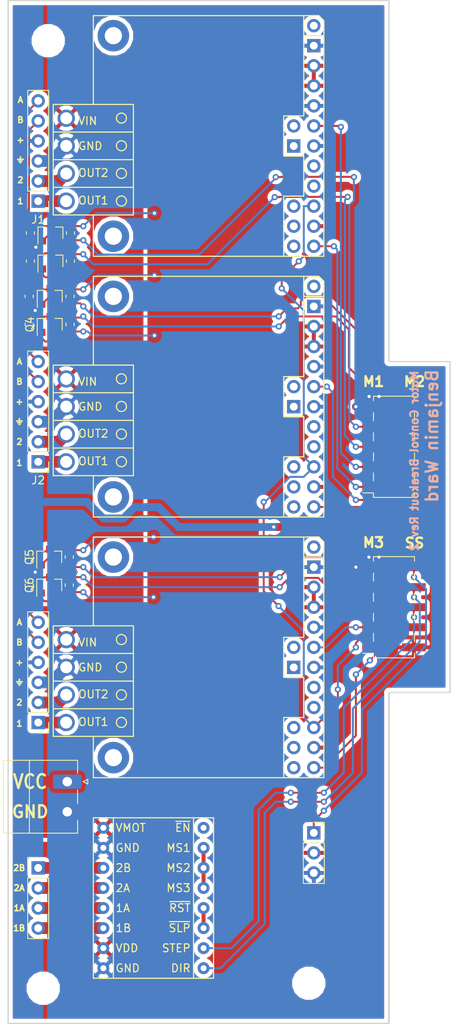
<source format=kicad_pcb>
(kicad_pcb (version 20171130) (host pcbnew "(5.0.2)-1")
  (layers (0 F.Cu signal) (31 B.Cu signal) (34 B.Paste user) (35 F.Paste user) (36 B.SilkS user) (37 F.SilkS user) (38 B.Mask user) (39 F.Mask user) (44 Edge.Cuts user))
  (net 0 "")
  (net 1 /MotorDriver1/B_IN)
  (net 2 +5V)
  (net 3 /M3_A)
  (net 4 +3V3)
  (net 5 /MotorDriver3/A_IN)
  (net 6 /M3_B)
  (net 7 /MotorDriver3/B_IN)
  (net 8 /M2_A)
  (net 9 /MotorDriver2/A_IN)
  (net 10 /M2_B)
  (net 11 /MotorDriver2/B_IN)
  (net 12 /M1_A)
  (net 13 /MotorDriver1/A_IN)
  (net 14 /M1_B)
  (net 15 VCC)
  (net 16 GND)
  (net 17 "Net-(U3-Pad1)")
  (net 18 "Net-(U3-Pad8)")
  (net 19 "Net-(U3-Pad9)")
  (net 20 /EN)
  (net 21 /M3_DIR)
  (net 22 "Net-(U3-Pad13)")
  (net 23 "Net-(U3-Pad14)")
  (net 24 "Net-(U3-Pad15)")
  (net 25 "Net-(U3-Pad16)")
  (net 26 "Net-(U3-Pad17)")
  (net 27 /MotorDriver3/OUT1)
  (net 28 /MotorDriver3/OUT2)
  (net 29 /MotorDriver2/OUT2)
  (net 30 /MotorDriver2/OUT1)
  (net 31 "Net-(U2-Pad17)")
  (net 32 "Net-(U2-Pad16)")
  (net 33 "Net-(U2-Pad15)")
  (net 34 "Net-(U2-Pad14)")
  (net 35 "Net-(U2-Pad13)")
  (net 36 /M2_DIR)
  (net 37 "Net-(U2-Pad9)")
  (net 38 "Net-(U2-Pad8)")
  (net 39 /M2_PWM)
  (net 40 "Net-(U2-Pad1)")
  (net 41 "Net-(U1-Pad1)")
  (net 42 /M1_PWM)
  (net 43 "Net-(U1-Pad8)")
  (net 44 "Net-(U1-Pad9)")
  (net 45 /M1_DIR)
  (net 46 "Net-(U1-Pad13)")
  (net 47 "Net-(U1-Pad14)")
  (net 48 "Net-(U1-Pad15)")
  (net 49 "Net-(U1-Pad16)")
  (net 50 "Net-(U1-Pad17)")
  (net 51 /MotorDriver1/OUT1)
  (net 52 /MotorDriver1/OUT2)
  (net 53 /StepperDriver1/2B)
  (net 54 /StepperDriver1/2A)
  (net 55 /StepperDriver1/1A)
  (net 56 /StepperDriver1/1B)
  (net 57 /STEP_DIR)
  (net 58 /STEP)
  (net 59 /StepperDriver1/~RST)
  (net 60 /StepperDriver1/MS1)
  (net 61 /StepperDriver1/~EN)
  (net 62 /SERVO)
  (net 63 /M3_PWM)
  (module RBE2002:A4983_md09b (layer F.Cu) (at 119.073326 153.21163)
    (fp_text reference U4 hide)
    (fp_text value A4983_md09b)
    (fp_text user ~EN (at -2.627381 0) (layer F.SilkS))
    (fp_text user MS1 (at -3.175 2.54) (layer F.SilkS))
    (fp_text user MS2 (at -3.175 5.08) (layer F.SilkS))
    (fp_text user MS3 (at -3.175 7.62) (layer F.SilkS))
    (fp_text user ~RST (at -3.008333 10.16) (layer F.SilkS))
    (fp_text user ~SLP (at -3.032143 12.7) (layer F.SilkS))
    (fp_text user STEP (at -3.460714 15.24) (layer F.SilkS))
    (fp_text user DIR (at -2.889285 17.78) (layer F.SilkS))
    (fp_text user GND (at -9.612381 17.78) (layer F.SilkS))
    (fp_text user VDD (at -9.707619 15.24) (layer F.SilkS))
    (fp_text user 1B (at -10.16 12.7) (layer F.SilkS))
    (fp_text user 1A (at -10.231428 10.16) (layer F.SilkS))
    (fp_text user 2A (at -10.231428 7.62) (layer F.SilkS))
    (fp_text user 2B (at -10.16 5.08) (layer F.SilkS))
    (fp_text user GND (at -9.612381 2.54) (layer F.SilkS))
    (fp_text user VMOT (at -9.231428 0) (layer F.SilkS))
    (pad 16 thru_hole circle (at 0 0) (size 1.524 1.524) (drill 0.762) (layers *.Cu *.Mask) (net 61 /StepperDriver1/~EN))
    (pad 15 thru_hole circle (at 0 2.54) (size 1.524 1.524) (drill 0.762) (layers *.Cu *.Mask) (net 60 /StepperDriver1/MS1))
    (pad 14 thru_hole circle (at 0 5.08) (size 1.524 1.524) (drill 0.762) (layers *.Cu *.Mask) (net 60 /StepperDriver1/MS1))
    (pad 13 thru_hole circle (at 0 7.62) (size 1.524 1.524) (drill 0.762) (layers *.Cu *.Mask) (net 60 /StepperDriver1/MS1))
    (pad 12 thru_hole circle (at 0 10.16) (size 1.524 1.524) (drill 0.762) (layers *.Cu *.Mask) (net 59 /StepperDriver1/~RST))
    (pad 11 thru_hole circle (at 0 12.7) (size 1.524 1.524) (drill 0.762) (layers *.Cu *.Mask) (net 59 /StepperDriver1/~RST))
    (pad 10 thru_hole circle (at 0 15.24) (size 1.524 1.524) (drill 0.762) (layers *.Cu *.Mask) (net 58 /STEP))
    (pad 9 thru_hole circle (at 0 17.78) (size 1.524 1.524) (drill 0.762) (layers *.Cu *.Mask) (net 57 /STEP_DIR))
    (pad 8 thru_hole circle (at -12.7 17.78) (size 1.524 1.524) (drill 0.762) (layers *.Cu *.Mask) (net 16 GND))
    (pad 7 thru_hole circle (at -12.7 15.24) (size 1.524 1.524) (drill 0.762) (layers *.Cu *.Mask) (net 4 +3V3))
    (pad 6 thru_hole circle (at -12.7 12.7) (size 1.524 1.524) (drill 0.762) (layers *.Cu *.Mask) (net 56 /StepperDriver1/1B))
    (pad 5 thru_hole circle (at -12.7 10.16) (size 1.524 1.524) (drill 0.762) (layers *.Cu *.Mask) (net 55 /StepperDriver1/1A))
    (pad 4 thru_hole circle (at -12.7 7.62) (size 1.524 1.524) (drill 0.762) (layers *.Cu *.Mask) (net 54 /StepperDriver1/2A))
    (pad 3 thru_hole circle (at -12.7 5.08) (size 1.524 1.524) (drill 0.762) (layers *.Cu *.Mask) (net 53 /StepperDriver1/2B))
    (pad 2 thru_hole circle (at -12.7 2.54) (size 1.524 1.524) (drill 0.762) (layers *.Cu *.Mask) (net 16 GND))
    (pad 1 thru_hole circle (at -12.7 0) (size 1.524 1.524) (drill 0.762) (layers *.Cu *.Mask) (net 15 VCC))
  )
  (module Connector_PinSocket_2.54mm:PinSocket_2x05_P2.54mm_Vertical_SMD (layer F.Cu) (at 143.203326 125.27163 180)
    (fp_text reference J7 hide)
    (fp_text value Conn_02x05_Odd_Even)
    (pad 1 smd rect (at 2.52 -5.08 180) (size 3 1) (layers F.Cu F.Paste F.Mask) (net 21 /M3_DIR))
    (pad 2 smd rect (at -2.52 -5.08 180) (size 3 1) (layers F.Cu F.Paste F.Mask) (net 4 +3V3))
    (pad 3 smd rect (at 2.52 -2.54 180) (size 3 1) (layers F.Cu F.Paste F.Mask) (net 63 /M3_PWM))
    (pad 4 smd rect (at -2.52 -2.54 180) (size 3 1) (layers F.Cu F.Paste F.Mask) (net 20 /EN))
    (pad 5 smd rect (at 2.52 0 180) (size 3 1) (layers F.Cu F.Paste F.Mask) (net 3 /M3_A))
    (pad 6 smd rect (at -2.52 0 180) (size 3 1) (layers F.Cu F.Paste F.Mask) (net 58 /STEP))
    (pad 7 smd rect (at 2.52 2.54 180) (size 3 1) (layers F.Cu F.Paste F.Mask) (net 6 /M3_B))
    (pad 8 smd rect (at -2.52 2.54 180) (size 3 1) (layers F.Cu F.Paste F.Mask) (net 57 /STEP_DIR))
    (pad 9 smd rect (at 2.52 5.08 180) (size 3 1) (layers F.Cu F.Paste F.Mask) (net 16 GND))
    (pad 10 smd rect (at -2.52 5.08 180) (size 3 1) (layers F.Cu F.Paste F.Mask) (net 62 /SERVO))
  )
  (module MountingHole:MountingHole_3.2mm_M3 (layer F.Cu) (at 98.753326 173.53163)
    (fp_text reference H3 hide)
    (fp_text value MountingHole)
    (pad 1 np_thru_hole circle (at 0 0) (size 3.2 3.2) (drill 3.2) (layers *.Cu *.Mask))
  )
  (module Connector_Phoenix_MC:PhoenixContact_MC_1,5_2-G-3.81_1x02_P3.81mm_Horizontal (layer F.Cu) (at 101.801326 147.36963 270)
    (fp_text reference J8 hide)
    (fp_text value Screw_Terminal_01x02)
    (pad 1 thru_hole roundrect (at 0 0 270) (size 1.8 3.6) (drill 1.2) (layers *.Cu *.Mask) (roundrect_rratio 0.138889) (net 15 VCC))
    (pad 2 thru_hole oval (at 3.81 0 270) (size 1.8 3.6) (drill 1.2) (layers *.Cu *.Mask) (net 16 GND))
  )
  (module RBE2002:MC33926_md10a (layer F.Cu) (at 133.043326 117.65163)
    (fp_text reference U3 hide)
    (fp_text value MC33926_md10a)
    (fp_text user OUT1 (at -27.94 22.1425) (layer F.SilkS))
    (fp_text user OUT2 (at -27.94 18.6425) (layer F.SilkS))
    (fp_text user GND (at -28.320953 15.24) (layer F.SilkS))
    (fp_text user VIN (at -28.654286 12.065) (layer F.SilkS))
    (pad 19 thru_hole circle (at -31.369 18.725) (size 2.2 2.2) (drill 1.52) (layers *.Cu *.Mask) (net 28 /MotorDriver3/OUT2))
    (pad 18 thru_hole circle (at -31.384 22.225) (size 2.2 2.2) (drill 1.52) (layers *.Cu *.Mask) (net 27 /MotorDriver3/OUT1))
    (pad "" thru_hole circle (at -25.4 1.27) (size 4 4) (drill 2.18) (layers *.Cu *.Mask))
    (pad "" thru_hole circle (at -25.4 26.67) (size 4 4) (drill 2.18) (layers *.Cu *.Mask))
    (pad 17 thru_hole oval (at -2.54 12.7) (size 1.7 1.7) (drill 1) (layers *.Cu *.Mask) (net 26 "Net-(U3-Pad17)"))
    (pad 16 thru_hole rect (at -2.54 15.24) (size 1.7 1.7) (drill 1) (layers *.Cu *.Mask) (net 25 "Net-(U3-Pad16)"))
    (pad 15 thru_hole oval (at -2.54 22.86) (size 1.7 1.7) (drill 1) (layers *.Cu *.Mask) (net 24 "Net-(U3-Pad15)"))
    (pad 14 thru_hole oval (at -2.54 25.4) (size 1.7 1.7) (drill 1) (layers *.Cu *.Mask) (net 23 "Net-(U3-Pad14)"))
    (pad 13 thru_hole oval (at -2.54 27.94) (size 1.7 1.7) (drill 1) (layers *.Cu *.Mask) (net 22 "Net-(U3-Pad13)"))
    (pad 12 thru_hole oval (at 0 27.94) (size 1.7 1.7) (drill 1) (layers *.Cu *.Mask) (net 21 /M3_DIR))
    (pad 11 thru_hole oval (at 0 25.4) (size 1.7 1.7) (drill 1) (layers *.Cu *.Mask) (net 4 +3V3))
    (pad 10 thru_hole oval (at 0 22.86) (size 1.7 1.7) (drill 1) (layers *.Cu *.Mask) (net 20 /EN))
    (pad 9 thru_hole oval (at 0 20.32) (size 1.7 1.7) (drill 1) (layers *.Cu *.Mask) (net 19 "Net-(U3-Pad9)"))
    (pad 8 thru_hole oval (at 0 17.78) (size 1.7 1.7) (drill 1) (layers *.Cu *.Mask) (net 18 "Net-(U3-Pad8)"))
    (pad 7 thru_hole oval (at 0 15.24) (size 1.7 1.7) (drill 1) (layers *.Cu *.Mask) (net 16 GND))
    (pad 6 thru_hole oval (at 0 12.7) (size 1.7 1.7) (drill 1) (layers *.Cu *.Mask) (net 63 /M3_PWM))
    (pad 5 thru_hole oval (at 0 10.16) (size 1.7 1.7) (drill 1) (layers *.Cu *.Mask) (net 16 GND))
    (pad 4 thru_hole oval (at 0 7.62) (size 1.7 1.7) (drill 1) (layers *.Cu *.Mask) (net 4 +3V3))
    (pad 3 thru_hole oval (at 0 5.08) (size 1.7 1.7) (drill 1) (layers *.Cu *.Mask) (net 4 +3V3))
    (pad 2 thru_hole rect (at 0 2.54) (size 1.7 1.7) (drill 1) (layers *.Cu *.Mask) (net 16 GND))
    (pad 1 thru_hole oval (at 0 0) (size 1.7 1.7) (drill 1) (layers *.Cu *.Mask) (net 17 "Net-(U3-Pad1)"))
    (pad 20 thru_hole circle (at -31.369 15.225) (size 2.2 2.2) (drill 1.52) (layers *.Cu *.Mask) (net 16 GND))
    (pad 21 thru_hole circle (at -31.369 11.725) (size 2.2 2.2) (drill 1.52) (layers *.Cu *.Mask) (net 15 VCC))
  )
  (module RBE2002:MC33926_md10a (layer F.Cu) (at 133.043326 84.63163)
    (fp_text reference U2 hide)
    (fp_text value MC33926_md10a)
    (fp_text user OUT1 (at -27.94 22.1425) (layer F.SilkS))
    (fp_text user OUT2 (at -27.94 18.6425) (layer F.SilkS))
    (fp_text user GND (at -28.320953 15.24) (layer F.SilkS))
    (fp_text user VIN (at -28.654286 12.065) (layer F.SilkS))
    (pad 19 thru_hole circle (at -31.369 18.725) (size 2.2 2.2) (drill 1.52) (layers *.Cu *.Mask) (net 29 /MotorDriver2/OUT2))
    (pad 18 thru_hole circle (at -31.384 22.225) (size 2.2 2.2) (drill 1.52) (layers *.Cu *.Mask) (net 30 /MotorDriver2/OUT1))
    (pad "" thru_hole circle (at -25.4 1.27) (size 4 4) (drill 2.18) (layers *.Cu *.Mask))
    (pad "" thru_hole circle (at -25.4 26.67) (size 4 4) (drill 2.18) (layers *.Cu *.Mask))
    (pad 17 thru_hole oval (at -2.54 12.7) (size 1.7 1.7) (drill 1) (layers *.Cu *.Mask) (net 31 "Net-(U2-Pad17)"))
    (pad 16 thru_hole rect (at -2.54 15.24) (size 1.7 1.7) (drill 1) (layers *.Cu *.Mask) (net 32 "Net-(U2-Pad16)"))
    (pad 15 thru_hole oval (at -2.54 22.86) (size 1.7 1.7) (drill 1) (layers *.Cu *.Mask) (net 33 "Net-(U2-Pad15)"))
    (pad 14 thru_hole oval (at -2.54 25.4) (size 1.7 1.7) (drill 1) (layers *.Cu *.Mask) (net 34 "Net-(U2-Pad14)"))
    (pad 13 thru_hole oval (at -2.54 27.94) (size 1.7 1.7) (drill 1) (layers *.Cu *.Mask) (net 35 "Net-(U2-Pad13)"))
    (pad 12 thru_hole oval (at 0 27.94) (size 1.7 1.7) (drill 1) (layers *.Cu *.Mask) (net 36 /M2_DIR))
    (pad 11 thru_hole oval (at 0 25.4) (size 1.7 1.7) (drill 1) (layers *.Cu *.Mask) (net 4 +3V3))
    (pad 10 thru_hole oval (at 0 22.86) (size 1.7 1.7) (drill 1) (layers *.Cu *.Mask) (net 20 /EN))
    (pad 9 thru_hole oval (at 0 20.32) (size 1.7 1.7) (drill 1) (layers *.Cu *.Mask) (net 37 "Net-(U2-Pad9)"))
    (pad 8 thru_hole oval (at 0 17.78) (size 1.7 1.7) (drill 1) (layers *.Cu *.Mask) (net 38 "Net-(U2-Pad8)"))
    (pad 7 thru_hole oval (at 0 15.24) (size 1.7 1.7) (drill 1) (layers *.Cu *.Mask) (net 16 GND))
    (pad 6 thru_hole oval (at 0 12.7) (size 1.7 1.7) (drill 1) (layers *.Cu *.Mask) (net 39 /M2_PWM))
    (pad 5 thru_hole oval (at 0 10.16) (size 1.7 1.7) (drill 1) (layers *.Cu *.Mask) (net 16 GND))
    (pad 4 thru_hole oval (at 0 7.62) (size 1.7 1.7) (drill 1) (layers *.Cu *.Mask) (net 4 +3V3))
    (pad 3 thru_hole oval (at 0 5.08) (size 1.7 1.7) (drill 1) (layers *.Cu *.Mask) (net 4 +3V3))
    (pad 2 thru_hole rect (at 0 2.54) (size 1.7 1.7) (drill 1) (layers *.Cu *.Mask) (net 16 GND))
    (pad 1 thru_hole oval (at 0 0) (size 1.7 1.7) (drill 1) (layers *.Cu *.Mask) (net 40 "Net-(U2-Pad1)"))
    (pad 20 thru_hole circle (at -31.369 15.225) (size 2.2 2.2) (drill 1.52) (layers *.Cu *.Mask) (net 16 GND))
    (pad 21 thru_hole circle (at -31.369 11.725) (size 2.2 2.2) (drill 1.52) (layers *.Cu *.Mask) (net 15 VCC))
  )
  (module RBE2002:MC33926_md10a (layer F.Cu) (at 133.043326 51.61163)
    (fp_text reference U1 hide)
    (fp_text value MC33926_md10a)
    (fp_text user OUT1 (at -27.94 22.1425) (layer F.SilkS))
    (fp_text user OUT2 (at -27.94 18.6425) (layer F.SilkS))
    (fp_text user GND (at -28.320953 15.24) (layer F.SilkS))
    (fp_text user VIN (at -28.654286 12.065) (layer F.SilkS))
    (pad 19 thru_hole circle (at -31.369 18.725) (size 2.2 2.2) (drill 1.52) (layers *.Cu *.Mask) (net 52 /MotorDriver1/OUT2))
    (pad 18 thru_hole circle (at -31.384 22.225) (size 2.2 2.2) (drill 1.52) (layers *.Cu *.Mask) (net 51 /MotorDriver1/OUT1))
    (pad "" thru_hole circle (at -25.4 1.27) (size 4 4) (drill 2.18) (layers *.Cu *.Mask))
    (pad "" thru_hole circle (at -25.4 26.67) (size 4 4) (drill 2.18) (layers *.Cu *.Mask))
    (pad 17 thru_hole oval (at -2.54 12.7) (size 1.7 1.7) (drill 1) (layers *.Cu *.Mask) (net 50 "Net-(U1-Pad17)"))
    (pad 16 thru_hole rect (at -2.54 15.24) (size 1.7 1.7) (drill 1) (layers *.Cu *.Mask) (net 49 "Net-(U1-Pad16)"))
    (pad 15 thru_hole oval (at -2.54 22.86) (size 1.7 1.7) (drill 1) (layers *.Cu *.Mask) (net 48 "Net-(U1-Pad15)"))
    (pad 14 thru_hole oval (at -2.54 25.4) (size 1.7 1.7) (drill 1) (layers *.Cu *.Mask) (net 47 "Net-(U1-Pad14)"))
    (pad 13 thru_hole oval (at -2.54 27.94) (size 1.7 1.7) (drill 1) (layers *.Cu *.Mask) (net 46 "Net-(U1-Pad13)"))
    (pad 12 thru_hole oval (at 0 27.94) (size 1.7 1.7) (drill 1) (layers *.Cu *.Mask) (net 45 /M1_DIR))
    (pad 11 thru_hole oval (at 0 25.4) (size 1.7 1.7) (drill 1) (layers *.Cu *.Mask) (net 4 +3V3))
    (pad 10 thru_hole oval (at 0 22.86) (size 1.7 1.7) (drill 1) (layers *.Cu *.Mask) (net 20 /EN))
    (pad 9 thru_hole oval (at 0 20.32) (size 1.7 1.7) (drill 1) (layers *.Cu *.Mask) (net 44 "Net-(U1-Pad9)"))
    (pad 8 thru_hole oval (at 0 17.78) (size 1.7 1.7) (drill 1) (layers *.Cu *.Mask) (net 43 "Net-(U1-Pad8)"))
    (pad 7 thru_hole oval (at 0 15.24) (size 1.7 1.7) (drill 1) (layers *.Cu *.Mask) (net 16 GND))
    (pad 6 thru_hole oval (at 0 12.7) (size 1.7 1.7) (drill 1) (layers *.Cu *.Mask) (net 42 /M1_PWM))
    (pad 5 thru_hole oval (at 0 10.16) (size 1.7 1.7) (drill 1) (layers *.Cu *.Mask) (net 16 GND))
    (pad 4 thru_hole oval (at 0 7.62) (size 1.7 1.7) (drill 1) (layers *.Cu *.Mask) (net 4 +3V3))
    (pad 3 thru_hole oval (at 0 5.08) (size 1.7 1.7) (drill 1) (layers *.Cu *.Mask) (net 4 +3V3))
    (pad 2 thru_hole rect (at 0 2.54) (size 1.7 1.7) (drill 1) (layers *.Cu *.Mask) (net 16 GND))
    (pad 1 thru_hole oval (at 0 0) (size 1.7 1.7) (drill 1) (layers *.Cu *.Mask) (net 41 "Net-(U1-Pad1)"))
    (pad 20 thru_hole circle (at -31.369 15.225) (size 2.2 2.2) (drill 1.52) (layers *.Cu *.Mask) (net 16 GND))
    (pad 21 thru_hole circle (at -31.369 11.725) (size 2.2 2.2) (drill 1.52) (layers *.Cu *.Mask) (net 15 VCC))
  )
  (module Connector_PinHeader_2.54mm:PinHeader_1x04_P2.54mm_Vertical (layer F.Cu) (at 98.118326 158.29163)
    (fp_text reference J4 hide)
    (fp_text value Conn_01x04_Male)
    (pad 1 thru_hole rect (at 0 0) (size 1.7 1.7) (drill 1) (layers *.Cu *.Mask) (net 53 /StepperDriver1/2B))
    (pad 2 thru_hole oval (at 0 2.54) (size 1.7 1.7) (drill 1) (layers *.Cu *.Mask) (net 54 /StepperDriver1/2A))
    (pad 3 thru_hole oval (at 0 5.08) (size 1.7 1.7) (drill 1) (layers *.Cu *.Mask) (net 55 /StepperDriver1/1A))
    (pad 4 thru_hole oval (at 0 7.62) (size 1.7 1.7) (drill 1) (layers *.Cu *.Mask) (net 56 /StepperDriver1/1B))
  )
  (module Connector_PinHeader_2.54mm:PinHeader_1x06_P2.54mm_Vertical (layer F.Cu) (at 98.118326 73.83663 180)
    (fp_text reference J1 (at 0 -2.33 180) (layer F.SilkS))
    (fp_text value Conn_01x06_Male)
    (pad 1 thru_hole rect (at 0 0 180) (size 1.7 1.7) (drill 1) (layers *.Cu *.Mask) (net 51 /MotorDriver1/OUT1))
    (pad 2 thru_hole oval (at 0 2.54 180) (size 1.7 1.7) (drill 1) (layers *.Cu *.Mask) (net 52 /MotorDriver1/OUT2))
    (pad 3 thru_hole oval (at 0 5.08 180) (size 1.7 1.7) (drill 1) (layers *.Cu *.Mask) (net 16 GND))
    (pad 4 thru_hole oval (at 0 7.62 180) (size 1.7 1.7) (drill 1) (layers *.Cu *.Mask) (net 2 +5V))
    (pad 5 thru_hole oval (at 0 10.16 180) (size 1.7 1.7) (drill 1) (layers *.Cu *.Mask) (net 1 /MotorDriver1/B_IN))
    (pad 6 thru_hole oval (at 0 12.7 180) (size 1.7 1.7) (drill 1) (layers *.Cu *.Mask) (net 13 /MotorDriver1/A_IN))
  )
  (module Connector_PinHeader_2.54mm:PinHeader_1x06_P2.54mm_Vertical (layer F.Cu) (at 98.118326 106.85663 180)
    (fp_text reference J2 (at 0 -2.33 180) (layer F.SilkS))
    (fp_text value Conn_01x06_Male)
    (pad 6 thru_hole oval (at 0 12.7 180) (size 1.7 1.7) (drill 1) (layers *.Cu *.Mask) (net 9 /MotorDriver2/A_IN))
    (pad 5 thru_hole oval (at 0 10.16 180) (size 1.7 1.7) (drill 1) (layers *.Cu *.Mask) (net 11 /MotorDriver2/B_IN))
    (pad 4 thru_hole oval (at 0 7.62 180) (size 1.7 1.7) (drill 1) (layers *.Cu *.Mask) (net 2 +5V))
    (pad 3 thru_hole oval (at 0 5.08 180) (size 1.7 1.7) (drill 1) (layers *.Cu *.Mask) (net 16 GND))
    (pad 2 thru_hole oval (at 0 2.54 180) (size 1.7 1.7) (drill 1) (layers *.Cu *.Mask) (net 29 /MotorDriver2/OUT2))
    (pad 1 thru_hole rect (at 0 0 180) (size 1.7 1.7) (drill 1) (layers *.Cu *.Mask) (net 30 /MotorDriver2/OUT1))
  )
  (module Connector_PinHeader_2.54mm:PinHeader_1x06_P2.54mm_Vertical (layer F.Cu) (at 98.118326 139.87663 180)
    (fp_text reference J3 hide)
    (fp_text value Conn_01x06_Male)
    (pad 1 thru_hole rect (at 0 0 180) (size 1.7 1.7) (drill 1) (layers *.Cu *.Mask) (net 27 /MotorDriver3/OUT1))
    (pad 2 thru_hole oval (at 0 2.54 180) (size 1.7 1.7) (drill 1) (layers *.Cu *.Mask) (net 28 /MotorDriver3/OUT2))
    (pad 3 thru_hole oval (at 0 5.08 180) (size 1.7 1.7) (drill 1) (layers *.Cu *.Mask) (net 16 GND))
    (pad 4 thru_hole oval (at 0 7.62 180) (size 1.7 1.7) (drill 1) (layers *.Cu *.Mask) (net 2 +5V))
    (pad 5 thru_hole oval (at 0 10.16 180) (size 1.7 1.7) (drill 1) (layers *.Cu *.Mask) (net 7 /MotorDriver3/B_IN))
    (pad 6 thru_hole oval (at 0 12.7 180) (size 1.7 1.7) (drill 1) (layers *.Cu *.Mask) (net 5 /MotorDriver3/A_IN))
  )
  (module Connector_PinSocket_2.54mm:PinSocket_1x03_P2.54mm_Vertical (layer F.Cu) (at 133.043326 153.84663)
    (fp_text reference J5 hide)
    (fp_text value Conn_01x03_Female)
    (pad 3 thru_hole oval (at 0 5.08) (size 1.7 1.7) (drill 1) (layers *.Cu *.Mask) (net 16 GND))
    (pad 2 thru_hole oval (at 0 2.54) (size 1.7 1.7) (drill 1) (layers *.Cu *.Mask) (net 4 +3V3))
    (pad 1 thru_hole rect (at 0 0) (size 1.7 1.7) (drill 1) (layers *.Cu *.Mask) (net 62 /SERVO))
  )
  (module Connector_PinSocket_2.54mm:PinSocket_2x05_P2.54mm_Vertical_SMD (layer F.Cu) (at 143.203326 104.95163 180)
    (fp_text reference J6 hide)
    (fp_text value Conn_02x05_Odd_Even)
    (pad 10 smd rect (at -2.52 5.08 180) (size 3 1) (layers F.Cu F.Paste F.Mask) (net 10 /M2_B))
    (pad 9 smd rect (at 2.52 5.08 180) (size 3 1) (layers F.Cu F.Paste F.Mask) (net 16 GND))
    (pad 8 smd rect (at -2.52 2.54 180) (size 3 1) (layers F.Cu F.Paste F.Mask) (net 8 /M2_A))
    (pad 7 smd rect (at 2.52 2.54 180) (size 3 1) (layers F.Cu F.Paste F.Mask) (net 14 /M1_B))
    (pad 6 smd rect (at -2.52 0 180) (size 3 1) (layers F.Cu F.Paste F.Mask) (net 39 /M2_PWM))
    (pad 5 smd rect (at 2.52 0 180) (size 3 1) (layers F.Cu F.Paste F.Mask) (net 12 /M1_A))
    (pad 4 smd rect (at -2.52 -2.54 180) (size 3 1) (layers F.Cu F.Paste F.Mask) (net 36 /M2_DIR))
    (pad 3 smd rect (at 2.52 -2.54 180) (size 3 1) (layers F.Cu F.Paste F.Mask) (net 42 /M1_PWM))
    (pad 2 smd rect (at -2.52 -5.08 180) (size 3 1) (layers F.Cu F.Paste F.Mask) (net 2 +5V))
    (pad 1 smd rect (at 2.52 -5.08 180) (size 3 1) (layers F.Cu F.Paste F.Mask) (net 45 /M1_DIR))
  )
  (module MountingHole:MountingHole_3.2mm_M3 (layer F.Cu) (at 132.408326 172.89663)
    (fp_text reference H2 hide)
    (fp_text value MountingHole)
    (pad 1 np_thru_hole circle (at 0 0) (size 3.2 3.2) (drill 3.2) (layers *.Cu *.Mask))
  )
  (module MountingHole:MountingHole_3.2mm_M3 (layer F.Cu) (at 99.388326 53.51663)
    (fp_text reference H1 hide)
    (fp_text value MountingHole)
    (pad 1 np_thru_hole circle (at 0 0) (size 3.2 3.2) (drill 3.2) (layers *.Cu *.Mask))
  )
  (module Package_TO_SOT_SMD:SOT-23 (layer F.Cu) (at 99.667726 77.87523 90)
    (fp_text reference Q1 hide)
    (fp_text value BSS138)
    (pad 3 smd rect (at 1 0 90) (size 0.9 0.8) (layers F.Cu F.Paste F.Mask) (net 1 /MotorDriver1/B_IN))
    (pad 2 smd rect (at -1 0.95 90) (size 0.9 0.8) (layers F.Cu F.Paste F.Mask) (net 14 /M1_B))
    (pad 1 smd rect (at -1 -0.95 90) (size 0.9 0.8) (layers F.Cu F.Paste F.Mask) (net 4 +3V3))
  )
  (module Package_TO_SOT_SMD:SOT-23 (layer F.Cu) (at 99.667726 81.43123 90)
    (fp_text reference Q2 hide)
    (fp_text value BSS138)
    (pad 1 smd rect (at -1 -0.95 90) (size 0.9 0.8) (layers F.Cu F.Paste F.Mask) (net 4 +3V3))
    (pad 2 smd rect (at -1 0.95 90) (size 0.9 0.8) (layers F.Cu F.Paste F.Mask) (net 12 /M1_A))
    (pad 3 smd rect (at 1 0 90) (size 0.9 0.8) (layers F.Cu F.Paste F.Mask) (net 13 /MotorDriver1/A_IN))
  )
  (module Package_TO_SOT_SMD:SOT-23 (layer F.Cu) (at 99.578826 85.90163 90)
    (fp_text reference Q3 hide)
    (fp_text value BSS138)
    (pad 3 smd rect (at 1 0 90) (size 0.9 0.8) (layers F.Cu F.Paste F.Mask) (net 11 /MotorDriver2/B_IN))
    (pad 2 smd rect (at -1 0.95 90) (size 0.9 0.8) (layers F.Cu F.Paste F.Mask) (net 10 /M2_B))
    (pad 1 smd rect (at -1 -0.95 90) (size 0.9 0.8) (layers F.Cu F.Paste F.Mask) (net 4 +3V3))
  )
  (module Package_TO_SOT_SMD:SOT-23 (layer F.Cu) (at 99.578826 89.45763 90)
    (fp_text reference Q4 (at 0 -2.5 90) (layer F.SilkS))
    (fp_text value BSS138)
    (pad 1 smd rect (at -1 -0.95 90) (size 0.9 0.8) (layers F.Cu F.Paste F.Mask) (net 4 +3V3))
    (pad 2 smd rect (at -1 0.95 90) (size 0.9 0.8) (layers F.Cu F.Paste F.Mask) (net 8 /M2_A))
    (pad 3 smd rect (at 1 0 90) (size 0.9 0.8) (layers F.Cu F.Paste F.Mask) (net 9 /MotorDriver2/A_IN))
  )
  (module Package_TO_SOT_SMD:SOT-23 (layer F.Cu) (at 99.515326 118.92163 90)
    (fp_text reference Q5 (at 0 -2.5 90) (layer F.SilkS))
    (fp_text value BSS138)
    (pad 3 smd rect (at 1 0 90) (size 0.9 0.8) (layers F.Cu F.Paste F.Mask) (net 7 /MotorDriver3/B_IN))
    (pad 2 smd rect (at -1 0.95 90) (size 0.9 0.8) (layers F.Cu F.Paste F.Mask) (net 6 /M3_B))
    (pad 1 smd rect (at -1 -0.95 90) (size 0.9 0.8) (layers F.Cu F.Paste F.Mask) (net 4 +3V3))
  )
  (module Package_TO_SOT_SMD:SOT-23 (layer F.Cu) (at 99.515326 122.47763 90)
    (fp_text reference Q6 (at 0 -2.5 90) (layer F.SilkS))
    (fp_text value BSS138)
    (pad 1 smd rect (at -1 -0.95 90) (size 0.9 0.8) (layers F.Cu F.Paste F.Mask) (net 4 +3V3))
    (pad 2 smd rect (at -1 0.95 90) (size 0.9 0.8) (layers F.Cu F.Paste F.Mask) (net 3 /M3_A))
    (pad 3 smd rect (at 1 0 90) (size 0.9 0.8) (layers F.Cu F.Paste F.Mask) (net 5 /MotorDriver3/A_IN))
  )
  (module Resistor_SMD:R_0603_1608Metric_Pad1.05x0.95mm_HandSolder (layer F.Cu) (at 102.055326 122.47763 90)
    (fp_text reference R12 hide)
    (fp_text value 10k)
    (pad 2 smd roundrect (at 0.875 0 90) (size 1.05 0.95) (layers F.Cu F.Paste F.Mask) (net 3 /M3_A))
    (pad 1 smd roundrect (at -0.875 0 90) (size 1.05 0.95) (layers F.Cu F.Paste F.Mask) (net 4 +3V3))
  )
  (module Resistor_SMD:R_0603_1608Metric_Pad1.05x0.95mm_HandSolder (layer F.Cu) (at 102.055326 118.92163 270)
    (fp_text reference R11 hide)
    (fp_text value 10k)
    (pad 1 smd roundrect (at -0.875 0 270) (size 1.05 0.95) (layers F.Cu F.Paste F.Mask) (net 4 +3V3))
    (pad 2 smd roundrect (at 0.875 0 270) (size 1.05 0.95) (layers F.Cu F.Paste F.Mask) (net 6 /M3_B))
  )
  (module Resistor_SMD:R_0603_1608Metric_Pad1.05x0.95mm_HandSolder (layer F.Cu) (at 96.975326 122.47763 90)
    (fp_text reference R10 hide)
    (fp_text value 10k)
    (pad 2 smd roundrect (at 0.875 0 90) (size 1.05 0.95) (layers F.Cu F.Paste F.Mask) (net 2 +5V))
    (pad 1 smd roundrect (at -0.875 0 90) (size 1.05 0.95) (layers F.Cu F.Paste F.Mask) (net 5 /MotorDriver3/A_IN))
  )
  (module Resistor_SMD:R_0603_1608Metric_Pad1.05x0.95mm_HandSolder (layer F.Cu) (at 102.156926 89.45763 90)
    (fp_text reference R8 hide)
    (fp_text value 10k)
    (pad 1 smd roundrect (at -0.875 0 90) (size 1.05 0.95) (layers F.Cu F.Paste F.Mask) (net 4 +3V3))
    (pad 2 smd roundrect (at 0.875 0 90) (size 1.05 0.95) (layers F.Cu F.Paste F.Mask) (net 8 /M2_A))
  )
  (module Resistor_SMD:R_0603_1608Metric_Pad1.05x0.95mm_HandSolder (layer F.Cu) (at 102.156926 85.90163 270)
    (fp_text reference R7 hide)
    (fp_text value 10k)
    (pad 2 smd roundrect (at 0.875 0 270) (size 1.05 0.95) (layers F.Cu F.Paste F.Mask) (net 10 /M2_B))
    (pad 1 smd roundrect (at -0.875 0 270) (size 1.05 0.95) (layers F.Cu F.Paste F.Mask) (net 4 +3V3))
  )
  (module Resistor_SMD:R_0603_1608Metric_Pad1.05x0.95mm_HandSolder (layer F.Cu) (at 96.975326 89.45763 90)
    (fp_text reference R6 hide)
    (fp_text value 10k)
    (pad 1 smd roundrect (at -0.875 0 90) (size 1.05 0.95) (layers F.Cu F.Paste F.Mask) (net 9 /MotorDriver2/A_IN))
    (pad 2 smd roundrect (at 0.875 0 90) (size 1.05 0.95) (layers F.Cu F.Paste F.Mask) (net 2 +5V))
  )
  (module Resistor_SMD:R_0603_1608Metric_Pad1.05x0.95mm_HandSolder (layer F.Cu) (at 96.975326 85.90163 270)
    (fp_text reference R5 hide)
    (fp_text value 10k)
    (pad 2 smd roundrect (at 0.875 0 270) (size 1.05 0.95) (layers F.Cu F.Paste F.Mask) (net 2 +5V))
    (pad 1 smd roundrect (at -0.875 0 270) (size 1.05 0.95) (layers F.Cu F.Paste F.Mask) (net 11 /MotorDriver2/B_IN))
  )
  (module Resistor_SMD:R_0603_1608Metric_Pad1.05x0.95mm_HandSolder (layer F.Cu) (at 102.207726 81.43123 90)
    (fp_text reference R4 hide)
    (fp_text value 10k)
    (pad 1 smd roundrect (at -0.875 0 90) (size 1.05 0.95) (layers F.Cu F.Paste F.Mask) (net 4 +3V3))
    (pad 2 smd roundrect (at 0.875 0 90) (size 1.05 0.95) (layers F.Cu F.Paste F.Mask) (net 12 /M1_A))
  )
  (module Resistor_SMD:R_0603_1608Metric_Pad1.05x0.95mm_HandSolder (layer F.Cu) (at 102.207726 77.87523 270)
    (fp_text reference R3 hide)
    (fp_text value 10k)
    (pad 2 smd roundrect (at 0.875 0 270) (size 1.05 0.95) (layers F.Cu F.Paste F.Mask) (net 14 /M1_B))
    (pad 1 smd roundrect (at -0.875 0 270) (size 1.05 0.95) (layers F.Cu F.Paste F.Mask) (net 4 +3V3))
  )
  (module Resistor_SMD:R_0603_1608Metric_Pad1.05x0.95mm_HandSolder (layer F.Cu) (at 97.127726 81.43123 90)
    (fp_text reference R2 hide)
    (fp_text value 10k)
    (pad 1 smd roundrect (at -0.875 0 90) (size 1.05 0.95) (layers F.Cu F.Paste F.Mask) (net 13 /MotorDriver1/A_IN))
    (pad 2 smd roundrect (at 0.875 0 90) (size 1.05 0.95) (layers F.Cu F.Paste F.Mask) (net 2 +5V))
  )
  (module Resistor_SMD:R_0603_1608Metric_Pad1.05x0.95mm_HandSolder (layer F.Cu) (at 97.127726 77.87523 270)
    (fp_text reference R1 hide)
    (fp_text value 10k)
    (pad 2 smd roundrect (at 0.875 0 270) (size 1.05 0.95) (layers F.Cu F.Paste F.Mask) (net 2 +5V))
    (pad 1 smd roundrect (at -0.875 0 270) (size 1.05 0.95) (layers F.Cu F.Paste F.Mask) (net 1 /MotorDriver1/B_IN))
  )
  (module Resistor_SMD:R_0603_1608Metric_Pad1.05x0.95mm_HandSolder (layer F.Cu) (at 96.975326 119.06263 270)
    (fp_text reference R9 hide)
    (fp_text value 10k)
    (pad 1 smd roundrect (at -0.875 0 270) (size 1.05 0.95) (layers F.Cu F.Paste F.Mask) (net 7 /MotorDriver3/B_IN))
    (pad 2 smd roundrect (at 0.875 0 270) (size 1.05 0.95) (layers F.Cu F.Paste F.Mask) (net 2 +5V))
  )
  (gr_text "Motor Control Breakout Rev 2" (at 145.781426 106.72963 90) (layer B.SilkS) (effects (font (size 1 1) (thickness 0.25)) (justify mirror)))
  (gr_text "Benjamin Ward" (at 148.016626 103.58003 90) (layer B.SilkS) (effects (font (size 1.5 1.5) (thickness 0.3)) (justify mirror)))
  (gr_text SS (at 145.806826 117.14363) (layer F.SilkS) (effects (font (size 1.25 1.25) (thickness 0.3))))
  (gr_text M3 (at 140.612526 117.08013) (layer F.SilkS) (effects (font (size 1.25 1.25) (thickness 0.3))))
  (gr_text M2 (at 145.806826 96.69663) (layer F.SilkS) (effects (font (size 1.25 1.25) (thickness 0.3))))
  (gr_text M1 (at 140.612526 96.69663) (layer F.SilkS) (effects (font (size 1.25 1.25) (thickness 0.3))))
  (gr_text GND (at 97.102326 151.17963) (layer F.SilkS) (effects (font (size 1.5 1.5) (thickness 0.3))))
  (gr_text VCC (at 97.102326 147.36963) (layer F.SilkS) (effects (font (size 1.75 1.5) (thickness 0.3))))
  (gr_text 2B (at 95.705326 158.29163) (layer F.SilkS) (effects (font (size 0.75 0.75) (thickness 0.1875))))
  (gr_text 2A (at 95.705326 160.83163) (layer F.SilkS) (effects (font (size 0.75 0.75) (thickness 0.1875))))
  (gr_text 1A (at 95.705326 163.37163) (layer F.SilkS) (effects (font (size 0.75 0.75) (thickness 0.1875))))
  (gr_text 1B (at 95.705326 165.91163) (layer F.SilkS) (effects (font (size 0.75 0.75) (thickness 0.1875))))
  (gr_text 2 (at 95.86404 71.16963) (layer F.SilkS) (effects (font (size 0.75 0.75) (thickness 0.1875))))
  (gr_text B (at 95.86404 63.54963) (layer F.SilkS) (effects (font (size 0.75 0.75) (thickness 0.1875))))
  (gr_text + (at 95.86404 66.08963) (layer F.SilkS) (effects (font (size 0.75 0.75) (thickness 0.1875))))
  (gr_text ⏚ (at 95.86404 68.62963) (layer F.SilkS) (effects (font (size 0.75 0.75) (thickness 0.1875))))
  (gr_text A (at 95.86404 61.00963) (layer F.SilkS) (effects (font (size 0.75 0.75) (thickness 0.1875))))
  (gr_text 1 (at 95.86404 73.83663) (layer F.SilkS) (effects (font (size 0.75 0.75) (thickness 0.1875))))
  (gr_text 2 (at 95.73704 137.33663) (layer F.SilkS) (effects (font (size 0.75 0.75) (thickness 0.1875))))
  (gr_text B (at 95.73704 129.71663) (layer F.SilkS) (effects (font (size 0.75 0.75) (thickness 0.1875))))
  (gr_text + (at 95.73704 132.25663) (layer F.SilkS) (effects (font (size 0.75 0.75) (thickness 0.1875))))
  (gr_text ⏚ (at 95.73704 134.79663) (layer F.SilkS) (effects (font (size 0.75 0.75) (thickness 0.1875))))
  (gr_text A (at 95.73704 127.17663) (layer F.SilkS) (effects (font (size 0.75 0.75) (thickness 0.1875))))
  (gr_text 1 (at 95.73704 140.00363) (layer F.SilkS) (effects (font (size 0.75 0.75) (thickness 0.1875))))
  (gr_text A (at 95.73704 94.15663) (layer F.SilkS) (effects (font (size 0.75 0.75) (thickness 0.1875))))
  (gr_text B (at 95.73704 96.69663) (layer F.SilkS) (effects (font (size 0.75 0.75) (thickness 0.1875))))
  (gr_text + (at 95.73704 99.23663) (layer F.SilkS) (effects (font (size 0.75 0.75) (thickness 0.1875))))
  (gr_text ⏚ (at 95.73704 101.77663) (layer F.SilkS) (effects (font (size 0.75 0.75) (thickness 0.1875))))
  (gr_text 2 (at 95.73704 104.31663) (layer F.SilkS) (effects (font (size 0.75 0.75) (thickness 0.1875))))
  (gr_text 1 (at 95.73704 106.98363) (layer F.SilkS) (effects (font (size 0.75 0.75) (thickness 0.1875))))
  (gr_line (start 142.568326 94.15663) (end 142.568326 48.43663) (layer Edge.Cuts) (width 0.15))
  (gr_line (start 142.568326 94.15663) (end 150.315326 94.15663) (layer Edge.Cuts) (width 0.15))
  (gr_line (start 142.568326 136.06663) (end 150.315326 136.06663) (layer Edge.Cuts) (width 0.2))
  (gr_line (start 142.568326 136.06663) (end 142.568326 177.97663) (layer Edge.Cuts) (width 0.2))
  (gr_line (start 94.308326 177.97663) (end 142.568326 177.97663) (layer Edge.Cuts) (width 0.15))
  (gr_line (start 94.308326 48.43663) (end 94.308326 177.97663) (layer Edge.Cuts) (width 0.15))
  (gr_line (start 150.315326 94.15663) (end 150.315326 136.06663) (layer Edge.Cuts) (width 0.15))
  (gr_line (start 94.308326 48.43663) (end 142.568326 48.43663) (layer Edge.Cuts) (width 0.15))
  (segment (start 99.542726 77.00023) (end 99.667726 76.87523) (width 0.25) (layer F.Cu) (net 1))
  (segment (start 97.127726 77.00023) (end 99.542726 77.00023) (width 0.25) (layer F.Cu) (net 1))
  (segment (start 97.268327 64.526629) (end 98.118326 63.67663) (width 0.25) (layer F.Cu) (net 1))
  (segment (start 96.943325 64.851631) (end 97.268327 64.526629) (width 0.25) (layer F.Cu) (net 1))
  (segment (start 96.943325 76.190829) (end 96.943325 64.851631) (width 0.25) (layer F.Cu) (net 1))
  (segment (start 97.127726 76.37523) (end 96.943325 76.190829) (width 0.25) (layer F.Cu) (net 1))
  (segment (start 97.127726 77.00023) (end 97.127726 76.37523) (width 0.25) (layer F.Cu) (net 1))
  (segment (start 96.975326 120.82663) (end 97.737326 120.82663) (width 0.25) (layer F.Cu) (net 2))
  (segment (start 96.975326 120.82663) (end 96.975326 121.60263) (width 0.25) (layer F.Cu) (net 2))
  (segment (start 96.975326 119.93763) (end 96.975326 120.82663) (width 0.25) (layer F.Cu) (net 2))
  (via (at 97.737326 120.82663) (size 0.8) (drill 0.4) (layers F.Cu B.Cu) (net 2))
  (via (at 97.824714 79.667197) (size 0.8) (drill 0.4) (layers F.Cu B.Cu) (net 2))
  (segment (start 97.709147 79.55163) (end 97.824714 79.667197) (width 0.25) (layer F.Cu) (net 2))
  (segment (start 97.127726 79.55163) (end 97.709147 79.55163) (width 0.25) (layer F.Cu) (net 2))
  (segment (start 97.127726 79.55163) (end 97.127726 80.55623) (width 0.25) (layer F.Cu) (net 2))
  (segment (start 97.127726 78.75023) (end 97.127726 79.55163) (width 0.25) (layer F.Cu) (net 2))
  (segment (start 96.975326 87.67963) (end 96.975326 88.58263) (width 0.25) (layer F.Cu) (net 2))
  (segment (start 96.975326 86.77663) (end 96.975326 87.67963) (width 0.25) (layer F.Cu) (net 2))
  (via (at 97.729751 87.684685) (size 0.8) (drill 0.4) (layers F.Cu B.Cu) (net 2))
  (segment (start 97.734806 87.67963) (end 97.729751 87.684685) (width 0.25) (layer F.Cu) (net 2))
  (segment (start 97.737326 87.67963) (end 97.734806 87.67963) (width 0.25) (layer F.Cu) (net 2))
  (segment (start 96.975326 87.67963) (end 97.729751 87.684685) (width 0.25) (layer F.Cu) (net 2))
  (segment (start 145.723326 110.03163) (end 144.723326 110.03163) (width 0.25) (layer F.Cu) (net 2))
  (segment (start 145.723326 111.806632) (end 145.743326 111.826632) (width 1) (layer F.Cu) (net 2))
  (segment (start 145.723326 110.03163) (end 145.723326 111.806632) (width 1) (layer F.Cu) (net 2))
  (segment (start 145.743326 111.826632) (end 145.743326 112.57163) (width 1) (layer F.Cu) (net 2))
  (segment (start 145.743326 112.57163) (end 145.743326 114.47663) (width 1) (layer F.Cu) (net 2))
  (segment (start 145.743326 114.47663) (end 145.108326 115.11163) (width 1) (layer F.Cu) (net 2))
  (segment (start 145.108326 115.11163) (end 132.408326 115.11163) (width 1) (layer F.Cu) (net 2))
  (segment (start 132.408326 115.11163) (end 127.963326 115.11163) (width 1) (layer F.Cu) (net 2))
  (via (at 127.963326 115.11163) (size 0.8) (drill 0.4) (layers F.Cu B.Cu) (net 2))
  (segment (start 115.898326 115.11163) (end 127.963326 115.11163) (width 1) (layer B.Cu) (net 2))
  (segment (start 97.483326 111.93663) (end 104.282324 111.93663) (width 1) (layer B.Cu) (net 2))
  (segment (start 104.282324 111.93663) (end 106.373326 114.027632) (width 1) (layer B.Cu) (net 2))
  (segment (start 106.373326 114.027632) (end 108.913326 114.027632) (width 1) (layer B.Cu) (net 2))
  (segment (start 108.913326 114.027632) (end 110.343327 112.597631) (width 1) (layer B.Cu) (net 2))
  (segment (start 110.343327 112.597631) (end 113.384327 112.597631) (width 1) (layer B.Cu) (net 2))
  (segment (start 113.384327 112.597631) (end 115.898326 115.11163) (width 1) (layer B.Cu) (net 2))
  (via (at 128.725326 122.73163) (size 0.8) (drill 0.4) (layers F.Cu B.Cu) (net 3))
  (segment (start 128.598326 122.73163) (end 105.736916 122.73163) (width 0.25) (layer B.Cu) (net 3))
  (segment (start 105.736916 122.73163) (end 105.103326 122.73163) (width 0.25) (layer B.Cu) (net 3))
  (segment (start 105.103326 122.73163) (end 103.833326 121.46163) (width 0.25) (layer B.Cu) (net 3))
  (segment (start 103.833326 121.46163) (end 103.833326 121.46163) (width 0.25) (layer B.Cu) (net 3))
  (via (at 103.833326 121.46163) (size 0.8) (drill 0.4) (layers F.Cu B.Cu) (net 3))
  (segment (start 102.196326 121.46163) (end 102.055326 121.60263) (width 0.25) (layer F.Cu) (net 3))
  (segment (start 103.833326 121.46163) (end 102.196326 121.46163) (width 0.25) (layer F.Cu) (net 3))
  (segment (start 101.556254 122.101702) (end 102.055326 121.60263) (width 0.25) (layer F.Cu) (net 3))
  (segment (start 100.465326 123.19263) (end 101.556254 122.101702) (width 0.25) (layer F.Cu) (net 3))
  (segment (start 100.465326 123.47763) (end 100.465326 123.19263) (width 0.25) (layer F.Cu) (net 3))
  (segment (start 137.322328 125.27163) (end 138.377326 125.27163) (width 0.25) (layer F.Cu) (net 3))
  (segment (start 138.377326 125.27163) (end 140.683326 125.27163) (width 0.25) (layer F.Cu) (net 3))
  (segment (start 129.125325 122.331631) (end 128.725326 122.73163) (width 0.25) (layer F.Cu) (net 3))
  (segment (start 129.900327 121.556629) (end 129.125325 122.331631) (width 0.25) (layer F.Cu) (net 3))
  (segment (start 133.607327 121.556629) (end 129.900327 121.556629) (width 0.25) (layer F.Cu) (net 3))
  (segment (start 133.639328 121.58863) (end 133.607327 121.556629) (width 0.25) (layer F.Cu) (net 3))
  (segment (start 133.639328 121.58863) (end 137.322328 125.27163) (width 0.25) (layer F.Cu) (net 3))
  (segment (start 101.930326 123.47763) (end 102.055326 123.35263) (width 0.25) (layer F.Cu) (net 4))
  (segment (start 98.717726 78.82523) (end 98.717726 78.87523) (width 0.25) (layer F.Cu) (net 4))
  (segment (start 99.892725 77.650231) (end 98.717726 78.82523) (width 0.25) (layer F.Cu) (net 4))
  (segment (start 101.557725 77.650231) (end 99.892725 77.650231) (width 0.25) (layer F.Cu) (net 4))
  (segment (start 102.207726 77.00023) (end 101.557725 77.650231) (width 0.25) (layer F.Cu) (net 4))
  (segment (start 98.628826 86.85163) (end 98.628826 86.90163) (width 0.25) (layer F.Cu) (net 4))
  (segment (start 99.803825 85.676631) (end 98.628826 86.85163) (width 0.25) (layer F.Cu) (net 4))
  (segment (start 101.506925 85.676631) (end 99.803825 85.676631) (width 0.25) (layer F.Cu) (net 4))
  (segment (start 102.156926 85.02663) (end 101.506925 85.676631) (width 0.25) (layer F.Cu) (net 4))
  (segment (start 101.556254 118.545702) (end 102.055326 118.04663) (width 0.25) (layer F.Cu) (net 4))
  (segment (start 101.405325 118.696631) (end 101.556254 118.545702) (width 0.25) (layer F.Cu) (net 4))
  (segment (start 99.740325 118.696631) (end 101.405325 118.696631) (width 0.25) (layer F.Cu) (net 4))
  (segment (start 98.565326 119.87163) (end 99.740325 118.696631) (width 0.25) (layer F.Cu) (net 4))
  (segment (start 98.565326 119.92163) (end 98.565326 119.87163) (width 0.25) (layer F.Cu) (net 4))
  (segment (start 102.207726 84.97583) (end 102.156926 85.02663) (width 0.25) (layer F.Cu) (net 4))
  (segment (start 102.055326 118.04663) (end 103.593326 118.04663) (width 0.25) (layer F.Cu) (net 4))
  (via (at 103.833326 118.04663) (size 0.8) (drill 0.4) (layers F.Cu B.Cu) (net 4))
  (via (at 112.723326 116.38163) (size 0.8) (drill 0.4) (layers F.Cu B.Cu) (net 4))
  (via (at 103.833326 123.36663) (size 0.8) (drill 0.4) (layers F.Cu B.Cu) (net 4))
  (segment (start 102.055326 123.35263) (end 103.819326 123.35263) (width 0.25) (layer F.Cu) (net 4))
  (segment (start 103.819326 123.35263) (end 103.833326 123.36663) (width 0.25) (layer F.Cu) (net 4))
  (segment (start 103.833326 123.36663) (end 104.468326 124.00163) (width 0.25) (layer B.Cu) (net 4))
  (via (at 112.723326 124.00163) (size 0.8) (drill 0.4) (layers F.Cu B.Cu) (net 4))
  (segment (start 104.468326 124.00163) (end 112.723326 124.00163) (width 0.25) (layer B.Cu) (net 4))
  (segment (start 104.233325 117.646631) (end 104.233325 117.632631) (width 0.25) (layer B.Cu) (net 4))
  (segment (start 103.833326 118.04663) (end 104.233325 117.646631) (width 0.25) (layer B.Cu) (net 4))
  (segment (start 105.484326 116.38163) (end 105.738326 116.38163) (width 0.25) (layer B.Cu) (net 4))
  (segment (start 104.233325 117.632631) (end 105.484326 116.38163) (width 0.25) (layer B.Cu) (net 4))
  (segment (start 112.723326 116.38163) (end 105.738326 116.38163) (width 0.25) (layer B.Cu) (net 4))
  (segment (start 102.731926 90.33263) (end 102.745926 90.34663) (width 0.25) (layer F.Cu) (net 4))
  (segment (start 102.156926 90.33263) (end 102.731926 90.33263) (width 0.25) (layer F.Cu) (net 4))
  (via (at 103.833326 90.34663) (size 0.8) (drill 0.4) (layers F.Cu B.Cu) (net 4))
  (segment (start 102.745926 90.34663) (end 103.833326 90.34663) (width 0.25) (layer F.Cu) (net 4))
  (segment (start 104.399011 90.34663) (end 104.907011 90.85463) (width 0.25) (layer B.Cu) (net 4))
  (segment (start 103.833326 90.34663) (end 104.399011 90.34663) (width 0.25) (layer B.Cu) (net 4))
  (via (at 112.850326 90.85463) (size 0.8) (drill 0.4) (layers F.Cu B.Cu) (net 4))
  (segment (start 104.907011 90.85463) (end 112.850326 90.85463) (width 0.25) (layer B.Cu) (net 4))
  (segment (start 102.731926 85.02663) (end 102.745926 85.01263) (width 0.25) (layer F.Cu) (net 4))
  (segment (start 102.156926 85.02663) (end 102.731926 85.02663) (width 0.25) (layer F.Cu) (net 4))
  (via (at 103.833326 85.01263) (size 0.8) (drill 0.4) (layers F.Cu B.Cu) (net 4))
  (segment (start 102.745926 85.01263) (end 103.833326 85.01263) (width 0.25) (layer F.Cu) (net 4))
  (segment (start 103.833326 85.01263) (end 105.611326 83.23463) (width 0.25) (layer B.Cu) (net 4))
  (via (at 112.850326 83.23463) (size 0.8) (drill 0.4) (layers F.Cu B.Cu) (net 4))
  (segment (start 105.611326 83.23463) (end 112.850326 83.23463) (width 0.25) (layer B.Cu) (net 4))
  (via (at 103.833326 77.01163) (size 0.8) (drill 0.4) (layers F.Cu B.Cu) (net 4))
  (segment (start 102.207726 77.00023) (end 103.821926 77.00023) (width 0.25) (layer F.Cu) (net 4))
  (segment (start 103.821926 77.00023) (end 103.833326 77.01163) (width 0.25) (layer F.Cu) (net 4))
  (segment (start 103.833326 77.01163) (end 105.484326 75.36063) (width 0.25) (layer B.Cu) (net 4))
  (via (at 112.850326 75.36063) (size 0.8) (drill 0.4) (layers F.Cu B.Cu) (net 4))
  (segment (start 105.484326 75.36063) (end 112.850326 75.36063) (width 0.25) (layer B.Cu) (net 4))
  (segment (start 102.055326 124.12863) (end 102.055326 123.35263) (width 0.25) (layer F.Cu) (net 4))
  (segment (start 101.674326 124.50963) (end 102.055326 124.12863) (width 0.25) (layer F.Cu) (net 4))
  (segment (start 98.897326 124.50963) (end 101.674326 124.50963) (width 0.25) (layer F.Cu) (net 4))
  (segment (start 98.565326 123.47763) (end 98.565326 124.17763) (width 0.25) (layer F.Cu) (net 4))
  (segment (start 98.565326 124.17763) (end 98.897326 124.50963) (width 0.25) (layer F.Cu) (net 4))
  (segment (start 102.156926 91.26103) (end 102.156926 90.33263) (width 0.25) (layer F.Cu) (net 4))
  (segment (start 101.801326 91.61663) (end 102.156926 91.26103) (width 0.25) (layer F.Cu) (net 4))
  (segment (start 99.007326 91.61663) (end 101.801326 91.61663) (width 0.25) (layer F.Cu) (net 4))
  (segment (start 98.628826 91.23813) (end 99.007326 91.61663) (width 0.25) (layer F.Cu) (net 4))
  (segment (start 98.628826 90.45763) (end 98.628826 91.23813) (width 0.25) (layer F.Cu) (net 4))
  (segment (start 98.717726 82.43123) (end 98.717726 83.19903) (width 0.25) (layer F.Cu) (net 4))
  (segment (start 98.717726 83.19903) (end 98.880326 83.36163) (width 0.25) (layer F.Cu) (net 4))
  (segment (start 101.826726 83.48863) (end 102.207726 83.10763) (width 0.25) (layer F.Cu) (net 4))
  (segment (start 99.007326 83.48863) (end 101.826726 83.48863) (width 0.25) (layer F.Cu) (net 4))
  (segment (start 98.717726 83.19903) (end 99.007326 83.48863) (width 0.25) (layer F.Cu) (net 4))
  (segment (start 102.207726 82.30623) (end 102.207726 83.10763) (width 0.25) (layer F.Cu) (net 4))
  (segment (start 102.207726 83.10763) (end 102.207726 84.97583) (width 0.25) (layer F.Cu) (net 4))
  (segment (start 96.975326 126.03363) (end 98.118326 127.17663) (width 0.25) (layer F.Cu) (net 5))
  (segment (start 96.975326 123.35263) (end 96.975326 126.03363) (width 0.25) (layer F.Cu) (net 5))
  (segment (start 98.850326 121.47763) (end 99.515326 121.47763) (width 0.25) (layer F.Cu) (net 5))
  (segment (start 96.975326 123.35263) (end 98.850326 121.47763) (width 0.25) (layer F.Cu) (net 5))
  (segment (start 100.465326 119.92163) (end 100.465326 119.63663) (width 0.25) (layer F.Cu) (net 6))
  (via (at 128.725326 121.46163) (size 0.8) (drill 0.4) (layers F.Cu B.Cu) (net 6))
  (segment (start 128.598326 121.46163) (end 105.103326 121.46163) (width 0.25) (layer B.Cu) (net 6))
  (segment (start 105.103326 121.46163) (end 103.833326 120.19163) (width 0.25) (layer B.Cu) (net 6))
  (segment (start 103.833326 120.19163) (end 103.833326 120.19163) (width 0.25) (layer B.Cu) (net 6))
  (via (at 103.833326 120.19163) (size 0.8) (drill 0.4) (layers F.Cu B.Cu) (net 6))
  (segment (start 102.450326 120.19163) (end 102.055326 119.79663) (width 0.25) (layer F.Cu) (net 6))
  (segment (start 103.833326 120.19163) (end 102.450326 120.19163) (width 0.25) (layer F.Cu) (net 6))
  (segment (start 138.250326 122.73163) (end 138.377326 122.73163) (width 0.25) (layer F.Cu) (net 6))
  (segment (start 134.440326 118.92163) (end 138.250326 122.73163) (width 0.25) (layer F.Cu) (net 6))
  (segment (start 138.377326 122.73163) (end 140.683326 122.73163) (width 0.25) (layer F.Cu) (net 6))
  (segment (start 131.265326 118.92163) (end 128.725326 121.46163) (width 0.25) (layer F.Cu) (net 6))
  (segment (start 131.773326 118.92163) (end 131.265326 118.92163) (width 0.25) (layer F.Cu) (net 6))
  (segment (start 131.773326 118.92163) (end 134.440326 118.92163) (width 0.25) (layer F.Cu) (net 6))
  (segment (start 101.930326 119.92163) (end 102.055326 119.79663) (width 0.25) (layer F.Cu) (net 6))
  (segment (start 100.465326 119.92163) (end 101.930326 119.92163) (width 0.25) (layer F.Cu) (net 6))
  (segment (start 96.975326 118.18763) (end 95.959326 119.20363) (width 0.25) (layer F.Cu) (net 7))
  (segment (start 95.959326 127.55763) (end 98.118326 129.71663) (width 0.25) (layer F.Cu) (net 7))
  (segment (start 95.959326 119.20363) (end 95.959326 127.55763) (width 0.25) (layer F.Cu) (net 7))
  (segment (start 99.249326 118.18763) (end 99.515326 117.92163) (width 0.25) (layer F.Cu) (net 7))
  (segment (start 96.975326 118.18763) (end 99.249326 118.18763) (width 0.25) (layer F.Cu) (net 7))
  (segment (start 105.103326 89.71163) (end 103.833326 88.44163) (width 0.25) (layer B.Cu) (net 8))
  (via (at 128.598326 89.71163) (size 0.8) (drill 0.4) (layers F.Cu B.Cu) (net 8))
  (via (at 103.833326 88.44163) (size 0.8) (drill 0.4) (layers F.Cu B.Cu) (net 8))
  (segment (start 103.833326 88.44163) (end 103.833326 88.44163) (width 0.25) (layer B.Cu) (net 8))
  (segment (start 128.598326 89.71163) (end 105.736916 89.71163) (width 0.25) (layer B.Cu) (net 8))
  (segment (start 105.736916 89.71163) (end 105.103326 89.71163) (width 0.25) (layer B.Cu) (net 8))
  (segment (start 102.156926 88.77953) (end 102.156926 88.58263) (width 0.25) (layer F.Cu) (net 8))
  (segment (start 100.528826 90.40763) (end 102.156926 88.77953) (width 0.25) (layer F.Cu) (net 8))
  (segment (start 100.528826 90.45763) (end 100.528826 90.40763) (width 0.25) (layer F.Cu) (net 8))
  (segment (start 103.692326 88.58263) (end 103.833326 88.44163) (width 0.25) (layer F.Cu) (net 8))
  (segment (start 102.156926 88.58263) (end 103.692326 88.58263) (width 0.25) (layer F.Cu) (net 8))
  (segment (start 144.723326 99.87163) (end 145.723326 99.87163) (width 0.25) (layer F.Cu) (net 10))
  (segment (start 98.850326 88.45763) (end 99.578826 88.45763) (width 0.25) (layer F.Cu) (net 9))
  (segment (start 96.975326 90.33263) (end 98.850326 88.45763) (width 0.25) (layer F.Cu) (net 9))
  (segment (start 96.975326 93.01363) (end 98.118326 94.15663) (width 0.25) (layer F.Cu) (net 9))
  (segment (start 96.975326 90.33263) (end 96.975326 93.01363) (width 0.25) (layer F.Cu) (net 9))
  (via (at 128.598326 88.44163) (size 0.8) (drill 0.4) (layers F.Cu B.Cu) (net 10))
  (via (at 103.833326 87.17163) (size 0.8) (drill 0.4) (layers F.Cu B.Cu) (net 10))
  (segment (start 103.833326 87.17163) (end 103.833326 87.17163) (width 0.25) (layer B.Cu) (net 10))
  (segment (start 128.598326 88.44163) (end 105.103326 88.44163) (width 0.25) (layer B.Cu) (net 10))
  (segment (start 105.103326 88.44163) (end 103.833326 87.17163) (width 0.25) (layer B.Cu) (net 10))
  (segment (start 100.653826 86.77663) (end 100.528826 86.90163) (width 0.25) (layer F.Cu) (net 10))
  (segment (start 102.156926 86.77663) (end 100.653826 86.77663) (width 0.25) (layer F.Cu) (net 10))
  (segment (start 103.438326 86.77663) (end 103.833326 87.17163) (width 0.25) (layer F.Cu) (net 10))
  (segment (start 102.156926 86.77663) (end 103.438326 86.77663) (width 0.25) (layer F.Cu) (net 10))
  (segment (start 144.723326 102.41163) (end 145.723326 102.41163) (width 0.25) (layer F.Cu) (net 8))
  (segment (start 135.837326 88.44163) (end 129.868326 88.44163) (width 0.25) (layer F.Cu) (net 8))
  (segment (start 137.488326 90.09263) (end 135.837326 88.44163) (width 0.25) (layer F.Cu) (net 8))
  (segment (start 145.723326 102.41163) (end 143.711326 102.41163) (width 0.25) (layer F.Cu) (net 8))
  (segment (start 143.203326 101.90363) (end 143.203326 98.34904) (width 0.25) (layer F.Cu) (net 8))
  (segment (start 143.203326 98.34904) (end 141.806326 96.95204) (width 0.25) (layer F.Cu) (net 8))
  (segment (start 137.488326 94.91863) (end 137.488326 90.09263) (width 0.25) (layer F.Cu) (net 8))
  (segment (start 143.711326 102.41163) (end 143.203326 101.90363) (width 0.25) (layer F.Cu) (net 8))
  (segment (start 141.806326 96.95204) (end 139.521736 96.95204) (width 0.25) (layer F.Cu) (net 8))
  (segment (start 129.868326 88.44163) (end 128.598326 89.71163) (width 0.25) (layer F.Cu) (net 8))
  (segment (start 139.521736 96.95204) (end 137.488326 94.91863) (width 0.25) (layer F.Cu) (net 8))
  (segment (start 145.723326 99.85163) (end 145.723326 99.87163) (width 0.25) (layer F.Cu) (net 10))
  (segment (start 140.028326 96.18863) (end 142.060326 96.18863) (width 0.25) (layer F.Cu) (net 10))
  (segment (start 138.377326 94.53763) (end 140.028326 96.18863) (width 0.25) (layer F.Cu) (net 10))
  (segment (start 138.377326 90.09263) (end 138.377326 94.53763) (width 0.25) (layer F.Cu) (net 10))
  (segment (start 142.060326 96.18863) (end 145.723326 99.85163) (width 0.25) (layer F.Cu) (net 10))
  (segment (start 134.186326 85.90163) (end 138.377326 90.09263) (width 0.25) (layer F.Cu) (net 10))
  (segment (start 128.598326 88.44163) (end 129.614326 87.42563) (width 0.25) (layer F.Cu) (net 10))
  (segment (start 131.392326 87.04463) (end 131.392326 86.537628) (width 0.25) (layer F.Cu) (net 10))
  (segment (start 129.614326 87.42563) (end 131.011326 87.42563) (width 0.25) (layer F.Cu) (net 10))
  (segment (start 131.011326 87.42563) (end 131.392326 87.04463) (width 0.25) (layer F.Cu) (net 10))
  (segment (start 131.392326 86.537628) (end 132.028324 85.90163) (width 0.25) (layer F.Cu) (net 10))
  (segment (start 132.028324 85.90163) (end 134.186326 85.90163) (width 0.25) (layer F.Cu) (net 10))
  (segment (start 99.453826 85.02663) (end 99.578826 84.90163) (width 0.25) (layer F.Cu) (net 11))
  (segment (start 96.975326 85.02663) (end 99.453826 85.02663) (width 0.25) (layer F.Cu) (net 11))
  (segment (start 96.400326 85.02663) (end 95.959326 85.46763) (width 0.25) (layer F.Cu) (net 11))
  (segment (start 96.975326 85.02663) (end 96.400326 85.02663) (width 0.25) (layer F.Cu) (net 11))
  (segment (start 95.959326 94.53763) (end 98.118326 96.69663) (width 0.25) (layer F.Cu) (net 11))
  (segment (start 95.959326 85.46763) (end 95.959326 94.53763) (width 0.25) (layer F.Cu) (net 11))
  (segment (start 102.207726 80.79123) (end 102.207726 80.55623) (width 0.25) (layer F.Cu) (net 12))
  (segment (start 100.617726 82.38123) (end 102.207726 80.79123) (width 0.25) (layer F.Cu) (net 12))
  (segment (start 100.617726 82.43123) (end 100.617726 82.38123) (width 0.25) (layer F.Cu) (net 12))
  (segment (start 102.207726 80.55623) (end 103.821926 80.55623) (width 0.25) (layer F.Cu) (net 12))
  (via (at 103.821926 80.55623) (size 0.8) (drill 0.4) (layers F.Cu B.Cu) (net 12))
  (segment (start 103.821926 80.55623) (end 105.103326 81.83763) (width 0.25) (layer B.Cu) (net 12))
  (segment (start 105.103326 81.83763) (end 112.850326 81.83763) (width 0.25) (layer B.Cu) (net 12))
  (segment (start 112.850326 81.83763) (end 113.416011 81.83763) (width 0.25) (layer B.Cu) (net 12))
  (segment (start 113.416011 81.83763) (end 116.406326 81.83763) (width 0.25) (layer B.Cu) (net 12))
  (segment (start 116.406326 81.83763) (end 119.581326 81.83763) (width 0.25) (layer B.Cu) (net 12))
  (via (at 128.090326 73.32863) (size 0.8) (drill 0.4) (layers F.Cu B.Cu) (net 12))
  (segment (start 119.581326 81.83763) (end 128.090326 73.32863) (width 0.25) (layer B.Cu) (net 12))
  (segment (start 128.688012 73.296629) (end 135.170325 73.296629) (width 0.25) (layer F.Cu) (net 12))
  (segment (start 128.090326 73.32863) (end 128.656011 73.32863) (width 0.25) (layer F.Cu) (net 12))
  (segment (start 128.656011 73.32863) (end 128.688012 73.296629) (width 0.25) (layer F.Cu) (net 12))
  (segment (start 140.683326 104.95163) (end 138.631326 104.95163) (width 0.25) (layer F.Cu) (net 12))
  (via (at 138.377326 104.95163) (size 0.8) (drill 0.4) (layers F.Cu B.Cu) (net 12))
  (segment (start 138.631326 104.95163) (end 138.377326 104.95163) (width 0.25) (layer F.Cu) (net 12))
  (segment (start 138.377326 104.95163) (end 138.250326 104.95163) (width 0.25) (layer B.Cu) (net 12))
  (segment (start 136.980326 103.55463) (end 136.980326 103.04663) (width 0.25) (layer B.Cu) (net 12))
  (segment (start 138.377326 104.95163) (end 136.980326 103.55463) (width 0.25) (layer B.Cu) (net 12))
  (segment (start 136.980326 103.04663) (end 136.980326 73.83663) (width 0.25) (layer B.Cu) (net 12))
  (segment (start 136.980326 73.83663) (end 136.980326 73.70963) (width 0.25) (layer B.Cu) (net 12))
  (segment (start 136.980326 73.70963) (end 137.361326 73.32863) (width 0.25) (layer B.Cu) (net 12))
  (segment (start 135.170325 73.296629) (end 137.329325 73.296629) (width 0.25) (layer F.Cu) (net 12))
  (via (at 137.329325 73.296629) (size 0.8) (drill 0.4) (layers F.Cu B.Cu) (net 12))
  (segment (start 99.542726 80.55623) (end 99.667726 80.43123) (width 0.25) (layer F.Cu) (net 13))
  (segment (start 99.002726 80.43123) (end 99.667726 80.43123) (width 0.25) (layer F.Cu) (net 13))
  (segment (start 97.127726 82.30623) (end 99.002726 80.43123) (width 0.25) (layer F.Cu) (net 13))
  (segment (start 96.086326 81.26483) (end 97.127726 82.30623) (width 0.25) (layer F.Cu) (net 13))
  (segment (start 98.118326 61.13663) (end 96.086326 63.16863) (width 0.25) (layer F.Cu) (net 13))
  (segment (start 96.086326 63.16863) (end 96.086326 81.26483) (width 0.25) (layer F.Cu) (net 13))
  (segment (start 102.082726 78.87523) (end 102.207726 78.75023) (width 0.25) (layer F.Cu) (net 14))
  (segment (start 100.617726 78.87523) (end 102.082726 78.87523) (width 0.25) (layer F.Cu) (net 14))
  (segment (start 102.782726 78.75023) (end 102.822126 78.78963) (width 0.25) (layer F.Cu) (net 14))
  (segment (start 102.207726 78.75023) (end 102.782726 78.75023) (width 0.25) (layer F.Cu) (net 14))
  (via (at 103.833326 78.78963) (size 0.8) (drill 0.4) (layers F.Cu B.Cu) (net 14))
  (segment (start 102.822126 78.78963) (end 103.833326 78.78963) (width 0.25) (layer F.Cu) (net 14))
  (segment (start 105.650327 80.606631) (end 112.811325 80.606631) (width 0.25) (layer B.Cu) (net 14))
  (segment (start 103.833326 78.78963) (end 105.650327 80.606631) (width 0.25) (layer B.Cu) (net 14))
  (via (at 128.217326 70.78863) (size 0.8) (drill 0.4) (layers F.Cu B.Cu) (net 14))
  (segment (start 112.811325 80.606631) (end 118.526325 80.606631) (width 0.25) (layer B.Cu) (net 14))
  (segment (start 118.526325 80.606631) (end 128.217326 70.91563) (width 0.25) (layer B.Cu) (net 14))
  (segment (start 128.942012 70.756629) (end 135.170325 70.756629) (width 0.25) (layer F.Cu) (net 14))
  (segment (start 128.910011 70.78863) (end 128.217326 70.78863) (width 0.25) (layer F.Cu) (net 14))
  (segment (start 128.942012 70.756629) (end 128.910011 70.78863) (width 0.25) (layer F.Cu) (net 14))
  (via (at 138.377326 102.41163) (size 0.8) (drill 0.4) (layers F.Cu B.Cu) (net 14))
  (segment (start 140.683326 102.41163) (end 138.377326 102.41163) (width 0.25) (layer F.Cu) (net 14))
  (segment (start 137.552316 101.58662) (end 137.869326 101.90363) (width 0.25) (layer B.Cu) (net 14))
  (segment (start 137.552316 100.76063) (end 137.552316 101.58662) (width 0.25) (layer B.Cu) (net 14))
  (segment (start 138.377326 102.41163) (end 137.869326 101.90363) (width 0.25) (layer B.Cu) (net 14))
  (segment (start 137.552316 101.01463) (end 137.552316 100.76063) (width 0.25) (layer B.Cu) (net 14))
  (segment (start 137.552316 100.76063) (end 137.552316 75.99563) (width 0.25) (layer B.Cu) (net 14))
  (segment (start 135.170325 70.756629) (end 138.218325 70.756629) (width 0.25) (layer F.Cu) (net 14))
  (segment (start 137.552316 75.99563) (end 137.552316 74.34463) (width 0.25) (layer B.Cu) (net 14))
  (segment (start 138.123326 73.77362) (end 138.123326 70.78863) (width 0.25) (layer B.Cu) (net 14))
  (segment (start 138.123326 73.77362) (end 137.552316 74.34463) (width 0.25) (layer B.Cu) (net 14))
  (via (at 138.123326 70.78863) (size 0.8) (drill 0.4) (layers F.Cu B.Cu) (net 14))
  (via (at 138.377326 120.19163) (size 0.8) (drill 0.4) (layers F.Cu B.Cu) (net 16))
  (via (at 140.028326 118.92163) (size 0.8) (drill 0.4) (layers F.Cu B.Cu) (net 16))
  (via (at 141.298326 118.92163) (size 0.8) (drill 0.4) (layers F.Cu B.Cu) (net 16))
  (via (at 140.048326 98.58163) (size 0.8) (drill 0.4) (layers F.Cu B.Cu) (net 16))
  (via (at 141.318326 98.58163) (size 0.8) (drill 0.4) (layers F.Cu B.Cu) (net 16))
  (via (at 138.377326 99.87163) (size 0.8) (drill 0.4) (layers F.Cu B.Cu) (net 16))
  (segment (start 140.663326 99.85163) (end 140.683326 99.87163) (width 1) (layer F.Cu) (net 16))
  (segment (start 140.663326 98.58163) (end 140.663326 99.85163) (width 1) (layer F.Cu) (net 16))
  (segment (start 140.663326 98.58163) (end 141.318326 98.58163) (width 1) (layer F.Cu) (net 16))
  (segment (start 140.048326 98.58163) (end 140.663326 98.58163) (width 1) (layer F.Cu) (net 16))
  (segment (start 140.663326 120.17163) (end 140.683326 120.19163) (width 1) (layer F.Cu) (net 16))
  (segment (start 140.663326 118.92163) (end 140.663326 120.17163) (width 1) (layer F.Cu) (net 16))
  (segment (start 140.663326 118.92163) (end 141.298326 118.92163) (width 1) (layer F.Cu) (net 16))
  (segment (start 140.028326 118.92163) (end 140.663326 118.92163) (width 1) (layer F.Cu) (net 16))
  (segment (start 138.377326 99.87163) (end 140.683326 99.87163) (width 1) (layer F.Cu) (net 16))
  (segment (start 138.377326 120.19163) (end 140.683326 120.19163) (width 1) (layer F.Cu) (net 16))
  (segment (start 99.754326 101.77663) (end 101.674326 99.85663) (width 1.5) (layer B.Cu) (net 16))
  (segment (start 98.118326 101.77663) (end 99.754326 101.77663) (width 1.5) (layer B.Cu) (net 16))
  (segment (start 99.754326 134.79663) (end 101.674326 132.87663) (width 1.5) (layer B.Cu) (net 16))
  (segment (start 98.118326 134.79663) (end 99.754326 134.79663) (width 1.5) (layer B.Cu) (net 16))
  (segment (start 99.754326 68.75663) (end 101.674326 66.83663) (width 1.5) (layer B.Cu) (net 16))
  (segment (start 98.118326 68.75663) (end 99.754326 68.75663) (width 1.5) (layer B.Cu) (net 16))
  (segment (start 131.773326 74.47163) (end 133.043326 74.47163) (width 0.25) (layer B.Cu) (net 20))
  (segment (start 131.773326 80.82163) (end 131.138326 81.45663) (width 0.25) (layer B.Cu) (net 20))
  (segment (start 131.773326 80.82163) (end 131.773326 74.47163) (width 0.25) (layer B.Cu) (net 20))
  (via (at 131.138326 81.45663) (size 0.8) (drill 0.4) (layers F.Cu B.Cu) (net 20))
  (via (at 126.693326 111.93663) (size 0.8) (drill 0.4) (layers F.Cu B.Cu) (net 20))
  (segment (start 130.034324 108.76163) (end 126.693326 112.102628) (width 0.25) (layer B.Cu) (net 20))
  (segment (start 131.773326 139.24163) (end 133.043326 140.51163) (width 0.25) (layer B.Cu) (net 20))
  (segment (start 131.773326 108.76163) (end 133.043326 107.49163) (width 0.25) (layer B.Cu) (net 20))
  (segment (start 130.503326 108.76163) (end 131.773326 108.76163) (width 0.25) (layer B.Cu) (net 20))
  (segment (start 130.503326 108.76163) (end 130.034324 108.76163) (width 0.25) (layer B.Cu) (net 20))
  (segment (start 126.693326 117.65163) (end 126.693326 111.93663) (width 0.25) (layer F.Cu) (net 20))
  (segment (start 128.579327 125.125631) (end 128.579327 125.125631) (width 0.25) (layer F.Cu) (net 20))
  (segment (start 126.693326 123.23963) (end 126.693326 117.65163) (width 0.25) (layer F.Cu) (net 20))
  (segment (start 131.773326 128.31963) (end 131.773326 139.24163) (width 0.25) (layer B.Cu) (net 20))
  (segment (start 128.579327 125.125631) (end 126.693326 123.23963) (width 0.25) (layer F.Cu) (net 20))
  (via (at 128.579327 125.125631) (size 0.8) (drill 0.4) (layers F.Cu B.Cu) (net 20))
  (segment (start 128.579327 125.125631) (end 128.979326 125.52563) (width 0.25) (layer B.Cu) (net 20))
  (segment (start 128.979326 125.52563) (end 131.773326 128.31963) (width 0.25) (layer B.Cu) (net 20))
  (segment (start 145.723326 127.81163) (end 143.203326 127.81163) (width 0.25) (layer F.Cu) (net 20))
  (segment (start 143.203326 128.377315) (end 142.372011 129.20863) (width 0.25) (layer F.Cu) (net 20))
  (segment (start 143.203326 127.81163) (end 143.203326 128.377315) (width 0.25) (layer F.Cu) (net 20))
  (via (at 138.377326 130.35163) (size 0.8) (drill 0.4) (layers F.Cu B.Cu) (net 20))
  (via (at 136.091326 135.68563) (size 0.8) (drill 0.4) (layers F.Cu B.Cu) (net 20))
  (segment (start 135.437327 138.117629) (end 133.043326 140.51163) (width 0.25) (layer F.Cu) (net 20))
  (segment (start 136.091326 135.68563) (end 136.091326 137.46363) (width 0.25) (layer F.Cu) (net 20))
  (segment (start 136.091326 137.46363) (end 135.437327 138.117629) (width 0.25) (layer F.Cu) (net 20))
  (segment (start 138.954641 129.20863) (end 139.139326 129.20863) (width 0.25) (layer F.Cu) (net 20))
  (segment (start 138.377326 129.785945) (end 138.954641 129.20863) (width 0.25) (layer F.Cu) (net 20))
  (segment (start 138.377326 130.35163) (end 138.377326 129.785945) (width 0.25) (layer F.Cu) (net 20))
  (segment (start 142.372011 129.20863) (end 139.139326 129.20863) (width 0.25) (layer F.Cu) (net 20))
  (segment (start 137.977327 130.751629) (end 136.091326 132.63763) (width 0.25) (layer B.Cu) (net 20))
  (segment (start 138.377326 130.35163) (end 137.977327 130.751629) (width 0.25) (layer B.Cu) (net 20))
  (segment (start 136.091326 132.63763) (end 136.091326 135.68563) (width 0.25) (layer B.Cu) (net 20))
  (segment (start 131.138326 81.45663) (end 128.979326 83.61563) (width 0.25) (layer F.Cu) (net 20))
  (segment (start 128.979326 83.61563) (end 128.979326 84.319951) (width 0.25) (layer F.Cu) (net 20))
  (segment (start 129.379325 85.285635) (end 128.979326 84.885636) (width 0.25) (layer B.Cu) (net 20))
  (segment (start 131.773326 106.22163) (end 131.773326 87.679636) (width 0.25) (layer B.Cu) (net 20))
  (segment (start 133.043326 107.49163) (end 131.773326 106.22163) (width 0.25) (layer B.Cu) (net 20))
  (via (at 128.979326 84.885636) (size 0.8) (drill 0.4) (layers F.Cu B.Cu) (net 20))
  (segment (start 131.773326 87.679636) (end 129.379325 85.285635) (width 0.25) (layer B.Cu) (net 20))
  (segment (start 128.979326 84.319951) (end 128.979326 84.885636) (width 0.25) (layer F.Cu) (net 20))
  (segment (start 134.313326 145.59163) (end 133.043326 145.59163) (width 0.25) (layer F.Cu) (net 21))
  (via (at 138.377326 133.78063) (size 0.8) (drill 0.4) (layers F.Cu B.Cu) (net 21))
  (segment (start 138.377326 141.52763) (end 135.710326 144.19463) (width 0.25) (layer F.Cu) (net 21))
  (segment (start 138.377326 133.78063) (end 138.377326 141.52763) (width 0.25) (layer F.Cu) (net 21))
  (segment (start 134.313326 145.59163) (end 135.710326 144.19463) (width 0.25) (layer F.Cu) (net 21))
  (segment (start 140.683326 130.35163) (end 140.683326 131.10163) (width 0.25) (layer F.Cu) (net 21))
  (via (at 140.155326 132.00263) (size 0.8) (drill 0.4) (layers F.Cu B.Cu) (net 21))
  (segment (start 139.782326 132.37563) (end 138.377326 133.78063) (width 0.25) (layer B.Cu) (net 21))
  (segment (start 139.782326 132.37563) (end 140.155326 132.00263) (width 0.25) (layer B.Cu) (net 21))
  (segment (start 140.683326 131.47463) (end 140.683326 130.35163) (width 0.25) (layer F.Cu) (net 21))
  (segment (start 140.155326 132.00263) (end 140.683326 131.47463) (width 0.25) (layer F.Cu) (net 21))
  (segment (start 101.659326 139.87663) (end 98.118326 139.87663) (width 1.5) (layer F.Cu) (net 27))
  (segment (start 100.714326 137.33663) (end 101.674326 136.37663) (width 1.5) (layer F.Cu) (net 28))
  (segment (start 98.118326 137.33663) (end 100.714326 137.33663) (width 1.5) (layer F.Cu) (net 28))
  (segment (start 100.714326 104.31663) (end 101.674326 103.35663) (width 1.5) (layer F.Cu) (net 29))
  (segment (start 98.118326 104.31663) (end 100.714326 104.31663) (width 1.5) (layer F.Cu) (net 29))
  (segment (start 98.118326 106.85663) (end 101.659326 106.85663) (width 1.5) (layer F.Cu) (net 30))
  (segment (start 134.245407 112.57163) (end 133.043326 112.57163) (width 0.25) (layer F.Cu) (net 36))
  (segment (start 143.973326 107.49163) (end 143.711326 107.75363) (width 0.25) (layer F.Cu) (net 36))
  (segment (start 145.723326 107.49163) (end 143.973326 107.49163) (width 0.25) (layer F.Cu) (net 36))
  (segment (start 143.711326 107.75363) (end 143.711326 112.19063) (width 0.25) (layer F.Cu) (net 36))
  (segment (start 143.330326 112.57163) (end 134.245407 112.57163) (width 0.25) (layer F.Cu) (net 36))
  (segment (start 143.711326 112.19063) (end 143.330326 112.57163) (width 0.25) (layer F.Cu) (net 36))
  (segment (start 134.694326 97.33163) (end 134.694326 97.33163) (width 0.25) (layer F.Cu) (net 39))
  (segment (start 145.723326 104.95163) (end 143.973326 104.95163) (width 0.25) (layer F.Cu) (net 39))
  (segment (start 143.973326 104.95163) (end 142.822326 106.10263) (width 0.25) (layer F.Cu) (net 39))
  (segment (start 142.822326 106.10263) (end 142.822326 111.55563) (width 0.25) (layer F.Cu) (net 39))
  (segment (start 142.822326 111.55563) (end 142.695326 111.68263) (width 0.25) (layer F.Cu) (net 39))
  (segment (start 142.695326 111.68263) (end 138.377326 111.68263) (width 0.25) (layer F.Cu) (net 39))
  (via (at 138.377326 111.68263) (size 0.8) (drill 0.4) (layers F.Cu B.Cu) (net 39))
  (segment (start 134.694326 97.33163) (end 133.043326 97.33163) (width 0.25) (layer F.Cu) (net 39))
  (via (at 134.694326 97.33163) (size 0.8) (drill 0.4) (layers F.Cu B.Cu) (net 39))
  (segment (start 135.456326 108.76163) (end 138.377326 111.68263) (width 0.25) (layer B.Cu) (net 39))
  (segment (start 135.456326 98.09363) (end 135.456326 108.76163) (width 0.25) (layer B.Cu) (net 39))
  (segment (start 134.694326 97.33163) (end 135.456326 98.09363) (width 0.25) (layer B.Cu) (net 39))
  (segment (start 140.683326 110.03163) (end 139.683326 110.03163) (width 0.25) (layer F.Cu) (net 45))
  (segment (start 140.683326 110.03163) (end 138.377326 110.03163) (width 0.25) (layer F.Cu) (net 45))
  (segment (start 140.683326 107.49163) (end 139.683326 107.49163) (width 0.25) (layer F.Cu) (net 42))
  (segment (start 140.683326 107.49163) (end 138.933326 107.49163) (width 0.25) (layer F.Cu) (net 42))
  (segment (start 136.472326 105.71363) (end 136.472326 88.95924) (width 0.25) (layer B.Cu) (net 42))
  (segment (start 138.250326 107.49163) (end 136.472326 105.71363) (width 0.25) (layer B.Cu) (net 42))
  (via (at 138.377326 107.49163) (size 0.8) (drill 0.4) (layers F.Cu B.Cu) (net 42))
  (segment (start 138.933326 107.49163) (end 138.377326 107.49163) (width 0.25) (layer F.Cu) (net 42))
  (segment (start 138.377326 107.49163) (end 138.250326 107.49163) (width 0.25) (layer B.Cu) (net 42))
  (segment (start 136.472326 88.95924) (end 136.472326 67.74063) (width 0.25) (layer B.Cu) (net 42))
  (segment (start 136.472326 67.74063) (end 136.472326 64.43863) (width 0.25) (layer B.Cu) (net 42))
  (via (at 136.472326 64.43863) (size 0.8) (drill 0.4) (layers F.Cu B.Cu) (net 42))
  (segment (start 136.345326 64.31163) (end 136.472326 64.43863) (width 0.25) (layer F.Cu) (net 42))
  (segment (start 133.043326 64.31163) (end 136.345326 64.31163) (width 0.25) (layer F.Cu) (net 42))
  (segment (start 134.068632 79.55163) (end 133.043326 79.55163) (width 0.25) (layer F.Cu) (net 45))
  (segment (start 138.377326 110.03163) (end 138.250326 110.03163) (width 0.25) (layer F.Cu) (net 45))
  (via (at 138.377326 110.03163) (size 0.8) (drill 0.4) (layers F.Cu B.Cu) (net 45))
  (segment (start 137.977327 109.631631) (end 136.022316 107.67662) (width 0.25) (layer B.Cu) (net 45))
  (segment (start 138.377326 110.03163) (end 137.977327 109.631631) (width 0.25) (layer B.Cu) (net 45))
  (segment (start 136.022316 107.67662) (end 136.022316 81.00662) (width 0.25) (layer B.Cu) (net 45))
  (via (at 135.583326 79.55163) (size 0.8) (drill 0.4) (layers F.Cu B.Cu) (net 45))
  (segment (start 136.022316 81.00662) (end 136.022316 80.56763) (width 0.25) (layer B.Cu) (net 45))
  (segment (start 136.022316 80.56763) (end 136.022316 80.25564) (width 0.25) (layer B.Cu) (net 45))
  (segment (start 134.068632 79.55163) (end 135.583326 79.55163) (width 0.25) (layer F.Cu) (net 45))
  (segment (start 136.022316 80.56763) (end 136.022316 79.99062) (width 0.25) (layer B.Cu) (net 45))
  (segment (start 136.022316 79.99062) (end 135.583326 79.55163) (width 0.25) (layer B.Cu) (net 45))
  (segment (start 98.118326 73.83663) (end 101.659326 73.83663) (width 1.5) (layer F.Cu) (net 51))
  (segment (start 100.714326 71.29663) (end 101.674326 70.33663) (width 1.5) (layer F.Cu) (net 52))
  (segment (start 98.118326 71.29663) (end 100.714326 71.29663) (width 1.5) (layer F.Cu) (net 52))
  (segment (start 98.118326 158.29163) (end 101.928326 158.29163) (width 1.5) (layer F.Cu) (net 53))
  (segment (start 101.928326 158.29163) (end 106.373326 158.29163) (width 1.5) (layer F.Cu) (net 53))
  (segment (start 101.928326 160.83163) (end 98.118326 160.83163) (width 1.5) (layer F.Cu) (net 54))
  (segment (start 106.373326 160.83163) (end 101.928326 160.83163) (width 1.5) (layer F.Cu) (net 54))
  (segment (start 98.118326 163.37163) (end 101.928326 163.37163) (width 1.5) (layer F.Cu) (net 55))
  (segment (start 101.928326 163.37163) (end 106.373326 163.37163) (width 1.5) (layer F.Cu) (net 55))
  (segment (start 101.928326 165.91163) (end 98.118326 165.91163) (width 1.5) (layer F.Cu) (net 56))
  (segment (start 106.373326 165.91163) (end 101.928326 165.91163) (width 1.5) (layer F.Cu) (net 56))
  (segment (start 145.723326 123.48163) (end 145.743326 123.50163) (width 0.25) (layer F.Cu) (net 57))
  (segment (start 145.723326 122.73163) (end 145.723326 123.48163) (width 0.25) (layer F.Cu) (net 57))
  (via (at 145.743326 124.00163) (size 0.8) (drill 0.4) (layers F.Cu B.Cu) (net 57))
  (segment (start 145.743326 123.50163) (end 145.743326 124.00163) (width 0.25) (layer F.Cu) (net 57))
  (segment (start 121.232326 170.99163) (end 126.820326 165.40363) (width 0.25) (layer B.Cu) (net 57))
  (segment (start 119.073326 170.99163) (end 121.232326 170.99163) (width 0.25) (layer B.Cu) (net 57))
  (segment (start 126.820326 165.40363) (end 126.820326 151.30663) (width 0.25) (layer B.Cu) (net 57))
  (segment (start 126.820326 151.30663) (end 128.217326 149.90963) (width 0.25) (layer B.Cu) (net 57))
  (segment (start 133.043326 149.90963) (end 134.313326 149.90963) (width 0.25) (layer F.Cu) (net 57))
  (segment (start 128.217326 149.90963) (end 130.122326 149.90963) (width 0.25) (layer B.Cu) (net 57))
  (via (at 134.313326 149.90963) (size 0.8) (drill 0.4) (layers F.Cu B.Cu) (net 57))
  (segment (start 130.122326 149.90963) (end 133.043326 149.90963) (width 0.25) (layer F.Cu) (net 57))
  (via (at 130.122326 149.90963) (size 0.8) (drill 0.4) (layers F.Cu B.Cu) (net 57))
  (segment (start 146.468327 124.726631) (end 145.743326 124.00163) (width 0.25) (layer B.Cu) (net 57))
  (segment (start 146.468327 129.626629) (end 146.468327 124.726631) (width 0.25) (layer B.Cu) (net 57))
  (segment (start 137.996326 138.09863) (end 146.468327 129.626629) (width 0.25) (layer B.Cu) (net 57))
  (segment (start 137.996326 146.22663) (end 137.996326 138.09863) (width 0.25) (layer B.Cu) (net 57))
  (segment (start 134.313326 149.90963) (end 137.996326 146.22663) (width 0.25) (layer B.Cu) (net 57))
  (segment (start 145.723326 126.02163) (end 145.743326 126.04163) (width 0.25) (layer F.Cu) (net 58))
  (segment (start 145.723326 125.27163) (end 145.723326 126.02163) (width 0.25) (layer F.Cu) (net 58))
  (via (at 145.743326 126.54163) (size 0.8) (drill 0.4) (layers F.Cu B.Cu) (net 58))
  (segment (start 145.743326 126.04163) (end 145.743326 126.54163) (width 0.25) (layer F.Cu) (net 58))
  (via (at 134.313326 148.76663) (size 0.8) (drill 0.4) (layers F.Cu B.Cu) (net 58))
  (via (at 130.122326 148.766644) (size 0.8) (drill 0.4) (layers F.Cu B.Cu) (net 58))
  (segment (start 134.313326 148.76663) (end 130.12234 148.76663) (width 0.25) (layer F.Cu) (net 58))
  (segment (start 130.12234 148.76663) (end 130.122326 148.766644) (width 0.25) (layer B.Cu) (net 58))
  (segment (start 129.556641 148.766644) (end 130.122326 148.766644) (width 0.25) (layer B.Cu) (net 58))
  (segment (start 128.217312 148.766644) (end 129.556641 148.766644) (width 0.25) (layer B.Cu) (net 58))
  (segment (start 126.058326 150.92563) (end 128.217312 148.766644) (width 0.25) (layer B.Cu) (net 58))
  (segment (start 126.058326 165.02263) (end 126.058326 150.92563) (width 0.25) (layer B.Cu) (net 58))
  (segment (start 119.073326 168.45163) (end 122.629326 168.45163) (width 0.25) (layer B.Cu) (net 58))
  (segment (start 122.629326 168.45163) (end 126.058326 165.02263) (width 0.25) (layer B.Cu) (net 58))
  (segment (start 136.853326 146.22663) (end 134.313326 148.76663) (width 0.25) (layer B.Cu) (net 58))
  (segment (start 136.853326 137.97163) (end 136.853326 146.22663) (width 0.25) (layer B.Cu) (net 58))
  (segment (start 145.743326 126.54163) (end 145.743326 129.08163) (width 0.25) (layer B.Cu) (net 58))
  (segment (start 145.743326 129.08163) (end 136.853326 137.97163) (width 0.25) (layer B.Cu) (net 58))
  (segment (start 119.073326 163.37163) (end 119.073326 165.91163) (width 0.5) (layer F.Cu) (net 59))
  (segment (start 119.073326 155.75163) (end 119.073326 158.29163) (width 0.5) (layer F.Cu) (net 60))
  (segment (start 119.073326 158.29163) (end 119.073326 160.83163) (width 0.5) (layer F.Cu) (net 60))
  (segment (start 133.043326 153.84663) (end 133.043326 152.74663) (width 0.25) (layer F.Cu) (net 62))
  (segment (start 133.043326 152.74663) (end 133.043326 152.32263) (width 0.25) (layer F.Cu) (net 62))
  (via (at 134.313326 151.05263) (size 0.8) (drill 0.4) (layers F.Cu B.Cu) (net 62))
  (segment (start 133.043326 152.32263) (end 134.313326 151.05263) (width 0.25) (layer F.Cu) (net 62))
  (via (at 145.743326 121.46163) (size 0.8) (drill 0.4) (layers F.Cu B.Cu) (net 62))
  (segment (start 145.743326 120.21163) (end 145.723326 120.19163) (width 0.25) (layer F.Cu) (net 62))
  (segment (start 145.743326 121.46163) (end 145.743326 120.21163) (width 0.25) (layer F.Cu) (net 62))
  (segment (start 139.139326 146.22663) (end 134.313326 151.05263) (width 0.25) (layer B.Cu) (net 62))
  (segment (start 139.139326 138.22563) (end 139.139326 146.22663) (width 0.25) (layer B.Cu) (net 62))
  (segment (start 147.267326 130.09763) (end 139.139326 138.22563) (width 0.25) (layer B.Cu) (net 62))
  (segment (start 147.267326 122.98563) (end 147.267326 130.09763) (width 0.25) (layer B.Cu) (net 62))
  (segment (start 145.743326 121.46163) (end 147.267326 122.98563) (width 0.25) (layer B.Cu) (net 62))
  (segment (start 140.683326 127.81163) (end 138.377326 127.81163) (width 0.25) (layer F.Cu) (net 63))
  (via (at 138.377326 127.81163) (size 0.8) (drill 0.4) (layers F.Cu B.Cu) (net 63))
  (segment (start 133.043326 130.35163) (end 134.567326 130.35163) (width 0.25) (layer B.Cu) (net 63))
  (segment (start 134.567326 130.35163) (end 137.107326 127.81163) (width 0.25) (layer B.Cu) (net 63))
  (segment (start 138.377326 127.81163) (end 137.107326 127.81163) (width 0.25) (layer B.Cu) (net 63))
  (zone (net 16) (net_name GND) (layer B.Cu) (connect_pads (clearance 0.508)) (min_thickness 0.254) (fill yes (arc_segments 16) (thermal_gap 0.508) (thermal_bridge_width 0.508))
    (polygon (pts (xy 94.308326 177.97663) (xy 94.308326 48.43663) (xy 152.728326 48.43663) (xy 152.728326 177.97663)))
  )
  (zone (net 4) (net_name +3V3) (layer F.Cu) (connect_pads (clearance 0.508)) (min_thickness 0.254) (fill yes (arc_segments 16) (thermal_gap 0.508) (thermal_bridge_width 0.508))
    (polygon (pts (xy 94.308326 177.97663) (xy 94.308326 48.43663) (xy 152.728326 48.43663) (xy 152.728326 177.97663)))
  )
  (zone (net 0) (net_name "") (layer F.Cu) (connect_pads (clearance 0.508)) (min_thickness 0.254)
    (keepout (tracks allowed) (vias allowed) (copperpour not_allowed))
    (fill (arc_segments 16) (thermal_gap 0.508) (thermal_bridge_width 0.508))
    (polygon (pts (xy 100.023326 120.69963) (xy 101.293326 120.69963) (xy 101.293326 122.73163) (xy 100.023326 122.73163)))
  )
  (zone (net 2) (net_name +5V) (layer B.Cu) (priority 1) (connect_pads (clearance 0.508)) (min_thickness 0.254) (fill yes (arc_segments 16) (thermal_gap 0.508) (thermal_bridge_width 0.508))
    (polygon (pts (xy 94.308326 48.43663) (xy 98.753326 48.43663) (xy 98.753326 177.97663) (xy 94.308326 177.97663)))
  )
  (zone (net 15) (net_name VCC) (layer F.Cu) (priority 3) (connect_pads (clearance 0.508)) (min_thickness 0.254) (fill yes (arc_segments 16) (thermal_gap 0.508) (thermal_bridge_width 0.508))
    (polygon (pts (xy 94.308326 48.43663) (xy 111.453326 48.43663) (xy 111.453326 154.48163) (xy 94.308326 154.48163)))
  )
)
</source>
